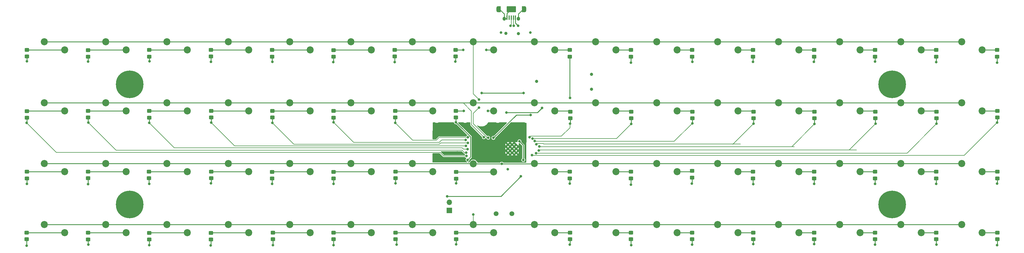
<source format=gbr>
%TF.GenerationSoftware,KiCad,Pcbnew,8.0.9-8.0.9-0~ubuntu22.04.1*%
%TF.CreationDate,2025-08-11T19:47:09-07:00*%
%TF.ProjectId,keyboard,6b657962-6f61-4726-942e-6b696361645f,rev?*%
%TF.SameCoordinates,Original*%
%TF.FileFunction,Copper,L2,Bot*%
%TF.FilePolarity,Positive*%
%FSLAX46Y46*%
G04 Gerber Fmt 4.6, Leading zero omitted, Abs format (unit mm)*
G04 Created by KiCad (PCBNEW 8.0.9-8.0.9-0~ubuntu22.04.1) date 2025-08-11 19:47:09*
%MOMM*%
%LPD*%
G01*
G04 APERTURE LIST*
G04 Aperture macros list*
%AMRoundRect*
0 Rectangle with rounded corners*
0 $1 Rounding radius*
0 $2 $3 $4 $5 $6 $7 $8 $9 X,Y pos of 4 corners*
0 Add a 4 corners polygon primitive as box body*
4,1,4,$2,$3,$4,$5,$6,$7,$8,$9,$2,$3,0*
0 Add four circle primitives for the rounded corners*
1,1,$1+$1,$2,$3*
1,1,$1+$1,$4,$5*
1,1,$1+$1,$6,$7*
1,1,$1+$1,$8,$9*
0 Add four rect primitives between the rounded corners*
20,1,$1+$1,$2,$3,$4,$5,0*
20,1,$1+$1,$4,$5,$6,$7,0*
20,1,$1+$1,$6,$7,$8,$9,0*
20,1,$1+$1,$8,$9,$2,$3,0*%
G04 Aperture macros list end*
%TA.AperFunction,ComponentPad*%
%ADD10C,1.500000*%
%TD*%
%TA.AperFunction,ComponentPad*%
%ADD11C,1.000000*%
%TD*%
%TA.AperFunction,HeatsinkPad*%
%ADD12C,0.600000*%
%TD*%
%TA.AperFunction,ComponentPad*%
%ADD13C,0.600000*%
%TD*%
%TA.AperFunction,ComponentPad*%
%ADD14C,8.600000*%
%TD*%
%TA.AperFunction,ComponentPad*%
%ADD15R,1.700000X1.700000*%
%TD*%
%TA.AperFunction,ComponentPad*%
%ADD16O,1.700000X1.700000*%
%TD*%
%TA.AperFunction,SMDPad,CuDef*%
%ADD17RoundRect,0.250000X0.450000X-0.325000X0.450000X0.325000X-0.450000X0.325000X-0.450000X-0.325000X0*%
%TD*%
%TA.AperFunction,ComponentPad*%
%ADD18C,2.200000*%
%TD*%
%TA.AperFunction,SMDPad,CuDef*%
%ADD19RoundRect,0.100000X-0.100000X-0.575000X0.100000X-0.575000X0.100000X0.575000X-0.100000X0.575000X0*%
%TD*%
%TA.AperFunction,HeatsinkPad*%
%ADD20O,1.000000X1.900000*%
%TD*%
%TA.AperFunction,SMDPad,CuDef*%
%ADD21R,0.875000X1.900000*%
%TD*%
%TA.AperFunction,HeatsinkPad*%
%ADD22O,1.050000X1.250000*%
%TD*%
%TA.AperFunction,SMDPad,CuDef*%
%ADD23RoundRect,0.250000X-1.200000X-0.700000X1.200000X-0.700000X1.200000X0.700000X-1.200000X0.700000X0*%
%TD*%
%TA.AperFunction,ViaPad*%
%ADD24C,0.800000*%
%TD*%
%TA.AperFunction,Conductor*%
%ADD25C,0.250000*%
%TD*%
%TA.AperFunction,Conductor*%
%ADD26C,0.280000*%
%TD*%
%TA.AperFunction,Conductor*%
%ADD27C,0.200000*%
%TD*%
G04 APERTURE END LIST*
D10*
%TO.P,Y1,1,1*%
%TO.N,Net-(C4-Pad2)*%
X219010000Y-165350000D03*
%TO.P,Y1,2,2*%
%TO.N,/XIN*%
X214110000Y-165350000D03*
%TD*%
D11*
%TO.P,TP104,1,1*%
%TO.N,+3V3*%
X226700000Y-124090000D03*
%TD*%
%TO.P,TP103,1,1*%
%TO.N,VBUS*%
X243800000Y-121890000D03*
%TD*%
%TO.P,TP105,1,1*%
%TO.N,GND*%
X243800000Y-126490000D03*
%TD*%
D12*
%TO.P,U2,57,GND*%
%TO.N,GND*%
X217825000Y-143795000D03*
D13*
X217825000Y-145070000D03*
X217825000Y-146345000D03*
X219100000Y-143795000D03*
X219100000Y-145070000D03*
X219100000Y-146345000D03*
X220375000Y-143795000D03*
X220375000Y-145070000D03*
X220375000Y-146345000D03*
%TD*%
D14*
%TO.P,H3,1*%
%TO.N,N/C*%
X337500000Y-162500000D03*
%TD*%
%TO.P,H1,1*%
%TO.N,N/C*%
X100000000Y-125000000D03*
%TD*%
D15*
%TO.P,J2,1,Pin_1*%
%TO.N,GND*%
X199525000Y-164335000D03*
D16*
%TO.P,J2,2,Pin_2*%
%TO.N,Net-(J2-Pin_2)*%
X199525000Y-161795000D03*
%TD*%
D14*
%TO.P,H4,1*%
%TO.N,N/C*%
X100000000Y-162500000D03*
%TD*%
%TO.P,H2,1*%
%TO.N,N/C*%
X337500000Y-125000000D03*
%TD*%
D17*
%TO.P,D55,1,K*%
%TO.N,/Key Matrix/C14*%
X106045000Y-154322500D03*
%TO.P,D55,2,A*%
%TO.N,Net-(D55-A)*%
X106045000Y-152272500D03*
%TD*%
%TO.P,D17,1,K*%
%TO.N,/Key Matrix/C5*%
X294145000Y-116322500D03*
%TO.P,D17,2,A*%
%TO.N,Net-(D17-A)*%
X294145000Y-114272500D03*
%TD*%
D18*
%TO.P,SW29,1,1*%
%TO.N,/Key Matrix/R1*%
X226067500Y-111720000D03*
%TO.P,SW29,2,2*%
%TO.N,Net-(D29-A)*%
X232417500Y-114260000D03*
%TD*%
%TO.P,SW7,1,1*%
%TO.N,/Key Matrix/R3*%
X340177500Y-149730000D03*
%TO.P,SW7,2,2*%
%TO.N,Net-(D7-A)*%
X346527500Y-152270000D03*
%TD*%
D17*
%TO.P,D33,1,K*%
%TO.N,/Key Matrix/C9*%
X201490000Y-116282500D03*
%TO.P,D33,2,A*%
%TO.N,Net-(D33-A)*%
X201490000Y-114232500D03*
%TD*%
%TO.P,D12,1,K*%
%TO.N,/Key Matrix/C3*%
X332187500Y-173372500D03*
%TO.P,D12,2,A*%
%TO.N,Net-(D12-A)*%
X332187500Y-171322500D03*
%TD*%
D18*
%TO.P,SW34,1,1*%
%TO.N,/Key Matrix/R2*%
X207017500Y-130770000D03*
%TO.P,SW34,2,2*%
%TO.N,Net-(D34-A)*%
X213367500Y-133310000D03*
%TD*%
%TO.P,SW46,1,1*%
%TO.N,/Key Matrix/R2*%
X149820000Y-130770000D03*
%TO.P,SW46,2,2*%
%TO.N,Net-(D46-A)*%
X156170000Y-133310000D03*
%TD*%
%TO.P,SW45,1,1*%
%TO.N,/Key Matrix/R1*%
X149820000Y-111720000D03*
%TO.P,SW45,2,2*%
%TO.N,Net-(D45-A)*%
X156170000Y-114260000D03*
%TD*%
D17*
%TO.P,D2,1,K*%
%TO.N,/Key Matrix/C1*%
X370220000Y-135345000D03*
%TO.P,D2,2,A*%
%TO.N,Net-(D2-A)*%
X370220000Y-133295000D03*
%TD*%
%TO.P,D26,1,K*%
%TO.N,/Key Matrix/C7*%
X256210000Y-135587500D03*
%TO.P,D26,2,A*%
%TO.N,Net-(D26-A)*%
X256210000Y-133537500D03*
%TD*%
D18*
%TO.P,SW30,1,1*%
%TO.N,/Key Matrix/R2*%
X226067500Y-130770000D03*
%TO.P,SW30,2,2*%
%TO.N,Net-(D30-A)*%
X232417500Y-133310000D03*
%TD*%
D11*
%TO.P,TP102,1,1*%
%TO.N,/USB_D+*%
X217150000Y-109040000D03*
%TD*%
D17*
%TO.P,D48,1,K*%
%TO.N,/Key Matrix/C12*%
X144580000Y-173362500D03*
%TO.P,D48,2,A*%
%TO.N,Net-(D48-A)*%
X144580000Y-171312500D03*
%TD*%
%TO.P,D21,1,K*%
%TO.N,/Key Matrix/C6*%
X275142500Y-116322500D03*
%TO.P,D21,2,A*%
%TO.N,Net-(D21-A)*%
X275142500Y-114272500D03*
%TD*%
%TO.P,D36,1,K*%
%TO.N,/Key Matrix/C9*%
X201647500Y-173372500D03*
%TO.P,D36,2,A*%
%TO.N,Net-(D36-A)*%
X201647500Y-171322500D03*
%TD*%
D18*
%TO.P,SW31,1,1*%
%TO.N,/Key Matrix/R3*%
X226067500Y-149730000D03*
%TO.P,SW31,2,2*%
%TO.N,Net-(D31-A)*%
X232417500Y-152270000D03*
%TD*%
D17*
%TO.P,D46,1,K*%
%TO.N,/Key Matrix/C12*%
X144440000Y-135357500D03*
%TO.P,D46,2,A*%
%TO.N,Net-(D46-A)*%
X144440000Y-133307500D03*
%TD*%
%TO.P,D34,1,K*%
%TO.N,/Key Matrix/C9*%
X201610000Y-135355000D03*
%TO.P,D34,2,A*%
%TO.N,Net-(D34-A)*%
X201610000Y-133305000D03*
%TD*%
%TO.P,D13,1,K*%
%TO.N,/Key Matrix/C4*%
X313147500Y-116322500D03*
%TO.P,D13,2,A*%
%TO.N,Net-(D13-A)*%
X313147500Y-114272500D03*
%TD*%
%TO.P,D64,1,K*%
%TO.N,/Key Matrix/C16*%
X67900000Y-173352500D03*
%TO.P,D64,2,A*%
%TO.N,Net-(D64-A)*%
X67900000Y-171302500D03*
%TD*%
%TO.P,D5,1,K*%
%TO.N,/Key Matrix/C2*%
X351200000Y-116322500D03*
%TO.P,D5,2,A*%
%TO.N,Net-(D5-A)*%
X351200000Y-114272500D03*
%TD*%
D18*
%TO.P,SW10,1,1*%
%TO.N,/Key Matrix/R2*%
X321127500Y-130770000D03*
%TO.P,SW10,2,2*%
%TO.N,Net-(D10-A)*%
X327477500Y-133310000D03*
%TD*%
%TO.P,SW55,1,1*%
%TO.N,/Key Matrix/R3*%
X111625000Y-149730000D03*
%TO.P,SW55,2,2*%
%TO.N,Net-(D55-A)*%
X117975000Y-152270000D03*
%TD*%
D17*
%TO.P,D56,1,K*%
%TO.N,/Key Matrix/C14*%
X106065000Y-173402500D03*
%TO.P,D56,2,A*%
%TO.N,Net-(D56-A)*%
X106065000Y-171352500D03*
%TD*%
%TO.P,D29,1,K*%
%TO.N,/Key Matrix/C8*%
X237090000Y-116322500D03*
%TO.P,D29,2,A*%
%TO.N,Net-(D29-A)*%
X237090000Y-114272500D03*
%TD*%
%TO.P,D60,1,K*%
%TO.N,/Key Matrix/C15*%
X87077500Y-173382500D03*
%TO.P,D60,2,A*%
%TO.N,Net-(D60-A)*%
X87077500Y-171332500D03*
%TD*%
%TO.P,D58,1,K*%
%TO.N,/Key Matrix/C15*%
X87047500Y-135305000D03*
%TO.P,D58,2,A*%
%TO.N,Net-(D58-A)*%
X87047500Y-133255000D03*
%TD*%
D18*
%TO.P,SW27,1,1*%
%TO.N,/Key Matrix/R3*%
X245070000Y-149730000D03*
%TO.P,SW27,2,2*%
%TO.N,Net-(D27-A)*%
X251420000Y-152270000D03*
%TD*%
%TO.P,SW43,1,1*%
%TO.N,/Key Matrix/R3*%
X168917500Y-149730000D03*
%TO.P,SW43,2,2*%
%TO.N,Net-(D43-A)*%
X175267500Y-152270000D03*
%TD*%
%TO.P,SW5,1,1*%
%TO.N,/Key Matrix/R1*%
X340177500Y-111720000D03*
%TO.P,SW5,2,2*%
%TO.N,Net-(D5-A)*%
X346527500Y-114260000D03*
%TD*%
D17*
%TO.P,D38,1,K*%
%TO.N,/Key Matrix/C10*%
X182695000Y-135347500D03*
%TO.P,D38,2,A*%
%TO.N,Net-(D38-A)*%
X182695000Y-133297500D03*
%TD*%
D18*
%TO.P,SW56,1,1*%
%TO.N,/Key Matrix/R4*%
X111625000Y-168780000D03*
%TO.P,SW56,2,2*%
%TO.N,Net-(D56-A)*%
X117975000Y-171320000D03*
%TD*%
%TO.P,SW63,1,1*%
%TO.N,/Key Matrix/R3*%
X73430000Y-149730000D03*
%TO.P,SW63,2,2*%
%TO.N,Net-(D63-A)*%
X79780000Y-152270000D03*
%TD*%
D17*
%TO.P,D30,1,K*%
%TO.N,/Key Matrix/C8*%
X237207500Y-135587500D03*
%TO.P,D30,2,A*%
%TO.N,Net-(D30-A)*%
X237207500Y-133537500D03*
%TD*%
D18*
%TO.P,SW59,1,1*%
%TO.N,/Key Matrix/R3*%
X92527500Y-149730000D03*
%TO.P,SW59,2,2*%
%TO.N,Net-(D59-A)*%
X98877500Y-152270000D03*
%TD*%
D17*
%TO.P,D20,1,K*%
%TO.N,/Key Matrix/C5*%
X294182500Y-173372500D03*
%TO.P,D20,2,A*%
%TO.N,Net-(D20-A)*%
X294182500Y-171322500D03*
%TD*%
D18*
%TO.P,SW60,1,1*%
%TO.N,/Key Matrix/R4*%
X92570000Y-168760000D03*
%TO.P,SW60,2,2*%
%TO.N,Net-(D60-A)*%
X98920000Y-171300000D03*
%TD*%
D17*
%TO.P,D42,1,K*%
%TO.N,/Key Matrix/C11*%
X163510000Y-135377500D03*
%TO.P,D42,2,A*%
%TO.N,Net-(D42-A)*%
X163510000Y-133327500D03*
%TD*%
D18*
%TO.P,SW52,1,1*%
%TO.N,/Key Matrix/R4*%
X130722500Y-168780000D03*
%TO.P,SW52,2,2*%
%TO.N,Net-(D52-A)*%
X137072500Y-171320000D03*
%TD*%
D17*
%TO.P,D22,1,K*%
%TO.N,/Key Matrix/C6*%
X275260000Y-135587500D03*
%TO.P,D22,2,A*%
%TO.N,Net-(D22-A)*%
X275260000Y-133537500D03*
%TD*%
%TO.P,D19,1,K*%
%TO.N,/Key Matrix/C5*%
X294152500Y-154332500D03*
%TO.P,D19,2,A*%
%TO.N,Net-(D19-A)*%
X294152500Y-152282500D03*
%TD*%
%TO.P,D32,1,K*%
%TO.N,/Key Matrix/C8*%
X237127500Y-173372500D03*
%TO.P,D32,2,A*%
%TO.N,Net-(D32-A)*%
X237127500Y-171322500D03*
%TD*%
%TO.P,D3,1,K*%
%TO.N,/Key Matrix/C1*%
X370210000Y-154332500D03*
%TO.P,D3,2,A*%
%TO.N,Net-(D3-A)*%
X370210000Y-152282500D03*
%TD*%
D18*
%TO.P,SW37,1,1*%
%TO.N,/Key Matrix/R1*%
X188015000Y-111720000D03*
%TO.P,SW37,2,2*%
%TO.N,Net-(D37-A)*%
X194365000Y-114260000D03*
%TD*%
%TO.P,SW18,1,1*%
%TO.N,/Key Matrix/R2*%
X283122500Y-130770000D03*
%TO.P,SW18,2,2*%
%TO.N,Net-(D18-A)*%
X289472500Y-133310000D03*
%TD*%
D17*
%TO.P,D45,1,K*%
%TO.N,/Key Matrix/C12*%
X144362500Y-116312500D03*
%TO.P,D45,2,A*%
%TO.N,Net-(D45-A)*%
X144362500Y-114262500D03*
%TD*%
D18*
%TO.P,SW3,1,1*%
%TO.N,/Key Matrix/R3*%
X359180000Y-149730000D03*
%TO.P,SW3,2,2*%
%TO.N,Net-(D3-A)*%
X365530000Y-152270000D03*
%TD*%
D17*
%TO.P,D50,1,K*%
%TO.N,/Key Matrix/C13*%
X125412500Y-135345000D03*
%TO.P,D50,2,A*%
%TO.N,Net-(D50-A)*%
X125412500Y-133295000D03*
%TD*%
%TO.P,D10,1,K*%
%TO.N,/Key Matrix/C3*%
X332267500Y-135587500D03*
%TO.P,D10,2,A*%
%TO.N,Net-(D10-A)*%
X332267500Y-133537500D03*
%TD*%
D18*
%TO.P,SW64,1,1*%
%TO.N,/Key Matrix/R4*%
X73430000Y-168780000D03*
%TO.P,SW64,2,2*%
%TO.N,Net-(D64-A)*%
X79780000Y-171320000D03*
%TD*%
%TO.P,SW8,1,1*%
%TO.N,/Key Matrix/R4*%
X340177500Y-168780000D03*
%TO.P,SW8,2,2*%
%TO.N,Net-(D8-A)*%
X346527500Y-171320000D03*
%TD*%
D17*
%TO.P,D61,1,K*%
%TO.N,/Key Matrix/C16*%
X67980000Y-116302500D03*
%TO.P,D61,2,A*%
%TO.N,Net-(D61-A)*%
X67980000Y-114252500D03*
%TD*%
%TO.P,D37,1,K*%
%TO.N,/Key Matrix/C10*%
X182507500Y-116302500D03*
%TO.P,D37,2,A*%
%TO.N,Net-(D37-A)*%
X182507500Y-114252500D03*
%TD*%
D18*
%TO.P,SW58,1,1*%
%TO.N,/Key Matrix/R2*%
X92527500Y-130770000D03*
%TO.P,SW58,2,2*%
%TO.N,Net-(D58-A)*%
X98877500Y-133310000D03*
%TD*%
D19*
%TO.P,J101,1,VBUS*%
%TO.N,VBUS*%
X220150000Y-104175000D03*
%TO.P,J101,2,D-*%
%TO.N,/USB_D-*%
X219500000Y-104175000D03*
%TO.P,J101,3,D+*%
%TO.N,/USB_D+*%
X218850000Y-104175000D03*
%TO.P,J101,4,ID*%
%TO.N,unconnected-(J101-ID-Pad4)*%
X218200000Y-104175000D03*
%TO.P,J101,5,GND*%
%TO.N,GND*%
X217550000Y-104175000D03*
D20*
%TO.P,J101,6,Shield*%
X214675000Y-101500000D03*
D21*
X215112500Y-101500000D03*
D22*
X216625000Y-104500000D03*
D23*
X218850000Y-101500000D03*
D22*
X221075000Y-104500000D03*
D21*
X222587500Y-101500000D03*
D20*
X223025000Y-101500000D03*
%TD*%
D17*
%TO.P,D62,1,K*%
%TO.N,/Key Matrix/C16*%
X67970000Y-135412500D03*
%TO.P,D62,2,A*%
%TO.N,Net-(D62-A)*%
X67970000Y-133362500D03*
%TD*%
%TO.P,D6,1,K*%
%TO.N,/Key Matrix/C2*%
X351317500Y-135587500D03*
%TO.P,D6,2,A*%
%TO.N,Net-(D6-A)*%
X351317500Y-133537500D03*
%TD*%
%TO.P,D27,1,K*%
%TO.N,/Key Matrix/C7*%
X256100000Y-154332500D03*
%TO.P,D27,2,A*%
%TO.N,Net-(D27-A)*%
X256100000Y-152282500D03*
%TD*%
D18*
%TO.P,SW44,1,1*%
%TO.N,/Key Matrix/R4*%
X168917500Y-168780000D03*
%TO.P,SW44,2,2*%
%TO.N,Net-(D44-A)*%
X175267500Y-171320000D03*
%TD*%
D17*
%TO.P,D54,1,K*%
%TO.N,/Key Matrix/C14*%
X106095000Y-135365000D03*
%TO.P,D54,2,A*%
%TO.N,Net-(D54-A)*%
X106095000Y-133315000D03*
%TD*%
D18*
%TO.P,SW42,1,1*%
%TO.N,/Key Matrix/R2*%
X168917500Y-130770000D03*
%TO.P,SW42,2,2*%
%TO.N,Net-(D42-A)*%
X175267500Y-133310000D03*
%TD*%
%TO.P,SW2,1,1*%
%TO.N,/Key Matrix/R2*%
X359180000Y-130770000D03*
%TO.P,SW2,2,2*%
%TO.N,Net-(D2-A)*%
X365530000Y-133310000D03*
%TD*%
D17*
%TO.P,D11,1,K*%
%TO.N,/Key Matrix/C3*%
X332157500Y-154332500D03*
%TO.P,D11,2,A*%
%TO.N,Net-(D11-A)*%
X332157500Y-152282500D03*
%TD*%
%TO.P,D43,1,K*%
%TO.N,/Key Matrix/C11*%
X163507500Y-154352500D03*
%TO.P,D43,2,A*%
%TO.N,Net-(D43-A)*%
X163507500Y-152302500D03*
%TD*%
D18*
%TO.P,SW26,1,1*%
%TO.N,/Key Matrix/R2*%
X245070000Y-130770000D03*
%TO.P,SW26,2,2*%
%TO.N,Net-(D26-A)*%
X251420000Y-133310000D03*
%TD*%
D17*
%TO.P,D28,1,K*%
%TO.N,/Key Matrix/C7*%
X256130000Y-173372500D03*
%TO.P,D28,2,A*%
%TO.N,Net-(D28-A)*%
X256130000Y-171322500D03*
%TD*%
D18*
%TO.P,SW33,1,1*%
%TO.N,/Key Matrix/R1*%
X207017500Y-111720000D03*
%TO.P,SW33,2,2*%
%TO.N,Net-(D33-A)*%
X213367500Y-114260000D03*
%TD*%
D17*
%TO.P,D41,1,K*%
%TO.N,/Key Matrix/C11*%
X163480000Y-116352500D03*
%TO.P,D41,2,A*%
%TO.N,Net-(D41-A)*%
X163480000Y-114302500D03*
%TD*%
%TO.P,D44,1,K*%
%TO.N,/Key Matrix/C11*%
X163457500Y-173342500D03*
%TO.P,D44,2,A*%
%TO.N,Net-(D44-A)*%
X163457500Y-171292500D03*
%TD*%
D18*
%TO.P,SW54,1,1*%
%TO.N,/Key Matrix/R2*%
X111625000Y-130770000D03*
%TO.P,SW54,2,2*%
%TO.N,Net-(D54-A)*%
X117975000Y-133310000D03*
%TD*%
%TO.P,SW19,1,1*%
%TO.N,/Key Matrix/R3*%
X283122500Y-149730000D03*
%TO.P,SW19,2,2*%
%TO.N,Net-(D19-A)*%
X289472500Y-152270000D03*
%TD*%
%TO.P,SW13,1,1*%
%TO.N,/Key Matrix/R1*%
X302125000Y-111720000D03*
%TO.P,SW13,2,2*%
%TO.N,Net-(D13-A)*%
X308475000Y-114260000D03*
%TD*%
D17*
%TO.P,D57,1,K*%
%TO.N,/Key Matrix/C15*%
X87070000Y-116362500D03*
%TO.P,D57,2,A*%
%TO.N,Net-(D57-A)*%
X87070000Y-114312500D03*
%TD*%
D18*
%TO.P,SW50,1,1*%
%TO.N,/Key Matrix/R2*%
X130722500Y-130770000D03*
%TO.P,SW50,2,2*%
%TO.N,Net-(D50-A)*%
X137072500Y-133310000D03*
%TD*%
D17*
%TO.P,D59,1,K*%
%TO.N,/Key Matrix/C15*%
X87047500Y-154302500D03*
%TO.P,D59,2,A*%
%TO.N,Net-(D59-A)*%
X87047500Y-152252500D03*
%TD*%
D18*
%TO.P,SW32,1,1*%
%TO.N,/Key Matrix/R4*%
X226067500Y-168780000D03*
%TO.P,SW32,2,2*%
%TO.N,Net-(D32-A)*%
X232417500Y-171320000D03*
%TD*%
%TO.P,SW49,1,1*%
%TO.N,/Key Matrix/R1*%
X130722500Y-111720000D03*
%TO.P,SW49,2,2*%
%TO.N,Net-(D49-A)*%
X137072500Y-114260000D03*
%TD*%
D17*
%TO.P,D35,1,K*%
%TO.N,/Key Matrix/C9*%
X201657500Y-154422500D03*
%TO.P,D35,2,A*%
%TO.N,Net-(D35-A)*%
X201657500Y-152372500D03*
%TD*%
%TO.P,D24,1,K*%
%TO.N,/Key Matrix/C6*%
X275180000Y-173372500D03*
%TO.P,D24,2,A*%
%TO.N,Net-(D24-A)*%
X275180000Y-171322500D03*
%TD*%
%TO.P,D47,1,K*%
%TO.N,/Key Matrix/C12*%
X144360000Y-154362500D03*
%TO.P,D47,2,A*%
%TO.N,Net-(D47-A)*%
X144360000Y-152312500D03*
%TD*%
%TO.P,D16,1,K*%
%TO.N,/Key Matrix/C4*%
X313185000Y-173372500D03*
%TO.P,D16,2,A*%
%TO.N,Net-(D16-A)*%
X313185000Y-171322500D03*
%TD*%
D18*
%TO.P,SW14,1,1*%
%TO.N,/Key Matrix/R2*%
X302125000Y-130770000D03*
%TO.P,SW14,2,2*%
%TO.N,Net-(D14-A)*%
X308475000Y-133310000D03*
%TD*%
%TO.P,SW23,1,1*%
%TO.N,/Key Matrix/R3*%
X264120000Y-149730000D03*
%TO.P,SW23,2,2*%
%TO.N,Net-(D23-A)*%
X270470000Y-152270000D03*
%TD*%
%TO.P,SW15,1,1*%
%TO.N,/Key Matrix/R3*%
X302125000Y-149730000D03*
%TO.P,SW15,2,2*%
%TO.N,Net-(D15-A)*%
X308475000Y-152270000D03*
%TD*%
%TO.P,SW61,1,1*%
%TO.N,/Key Matrix/R1*%
X73430000Y-111720000D03*
%TO.P,SW61,2,2*%
%TO.N,Net-(D61-A)*%
X79780000Y-114260000D03*
%TD*%
D17*
%TO.P,D14,1,K*%
%TO.N,/Key Matrix/C4*%
X313265000Y-135587500D03*
%TO.P,D14,2,A*%
%TO.N,Net-(D14-A)*%
X313265000Y-133537500D03*
%TD*%
%TO.P,D1,1,K*%
%TO.N,/Key Matrix/C1*%
X370202500Y-116322500D03*
%TO.P,D1,2,A*%
%TO.N,Net-(D1-A)*%
X370202500Y-114272500D03*
%TD*%
D18*
%TO.P,SW62,1,1*%
%TO.N,/Key Matrix/R2*%
X73430000Y-130770000D03*
%TO.P,SW62,2,2*%
%TO.N,Net-(D62-A)*%
X79780000Y-133310000D03*
%TD*%
D17*
%TO.P,D53,1,K*%
%TO.N,/Key Matrix/C14*%
X106097500Y-116322500D03*
%TO.P,D53,2,A*%
%TO.N,Net-(D53-A)*%
X106097500Y-114272500D03*
%TD*%
%TO.P,D15,1,K*%
%TO.N,/Key Matrix/C4*%
X313155000Y-154332500D03*
%TO.P,D15,2,A*%
%TO.N,Net-(D15-A)*%
X313155000Y-152282500D03*
%TD*%
D18*
%TO.P,SW57,1,1*%
%TO.N,/Key Matrix/R1*%
X92527500Y-111720000D03*
%TO.P,SW57,2,2*%
%TO.N,Net-(D57-A)*%
X98877500Y-114260000D03*
%TD*%
D17*
%TO.P,D25,1,K*%
%TO.N,/Key Matrix/C7*%
X256092500Y-116322500D03*
%TO.P,D25,2,A*%
%TO.N,Net-(D25-A)*%
X256092500Y-114272500D03*
%TD*%
%TO.P,D4,1,K*%
%TO.N,/Key Matrix/C1*%
X370240000Y-173372500D03*
%TO.P,D4,2,A*%
%TO.N,Net-(D4-A)*%
X370240000Y-171322500D03*
%TD*%
D18*
%TO.P,SW28,1,1*%
%TO.N,/Key Matrix/R4*%
X245070000Y-168780000D03*
%TO.P,SW28,2,2*%
%TO.N,Net-(D28-A)*%
X251420000Y-171320000D03*
%TD*%
%TO.P,SW36,1,1*%
%TO.N,/Key Matrix/R4*%
X207017500Y-168780000D03*
%TO.P,SW36,2,2*%
%TO.N,Net-(D36-A)*%
X213367500Y-171320000D03*
%TD*%
%TO.P,SW51,1,1*%
%TO.N,/Key Matrix/R3*%
X130722500Y-149730000D03*
%TO.P,SW51,2,2*%
%TO.N,Net-(D51-A)*%
X137072500Y-152270000D03*
%TD*%
%TO.P,SW12,1,1*%
%TO.N,/Key Matrix/R4*%
X321127500Y-168780000D03*
%TO.P,SW12,2,2*%
%TO.N,Net-(D12-A)*%
X327477500Y-171320000D03*
%TD*%
D17*
%TO.P,D23,1,K*%
%TO.N,/Key Matrix/C6*%
X275150000Y-154087500D03*
%TO.P,D23,2,A*%
%TO.N,Net-(D23-A)*%
X275150000Y-152037500D03*
%TD*%
D18*
%TO.P,SW38,1,1*%
%TO.N,/Key Matrix/R2*%
X188015000Y-130770000D03*
%TO.P,SW38,2,2*%
%TO.N,Net-(D38-A)*%
X194365000Y-133310000D03*
%TD*%
D17*
%TO.P,D9,1,K*%
%TO.N,/Key Matrix/C3*%
X332150000Y-116322500D03*
%TO.P,D9,2,A*%
%TO.N,Net-(D9-A)*%
X332150000Y-114272500D03*
%TD*%
D18*
%TO.P,SW11,1,1*%
%TO.N,/Key Matrix/R3*%
X321127500Y-149730000D03*
%TO.P,SW11,2,2*%
%TO.N,Net-(D11-A)*%
X327477500Y-152270000D03*
%TD*%
%TO.P,SW21,1,1*%
%TO.N,/Key Matrix/R1*%
X264120000Y-111720000D03*
%TO.P,SW21,2,2*%
%TO.N,Net-(D21-A)*%
X270470000Y-114260000D03*
%TD*%
D17*
%TO.P,D7,1,K*%
%TO.N,/Key Matrix/C2*%
X351207500Y-154332500D03*
%TO.P,D7,2,A*%
%TO.N,Net-(D7-A)*%
X351207500Y-152282500D03*
%TD*%
%TO.P,D51,1,K*%
%TO.N,/Key Matrix/C13*%
X125412500Y-154262500D03*
%TO.P,D51,2,A*%
%TO.N,Net-(D51-A)*%
X125412500Y-152212500D03*
%TD*%
D18*
%TO.P,SW1,1,1*%
%TO.N,/Key Matrix/R1*%
X359180000Y-111720000D03*
%TO.P,SW1,2,2*%
%TO.N,Net-(D1-A)*%
X365530000Y-114260000D03*
%TD*%
%TO.P,SW39,1,1*%
%TO.N,/Key Matrix/R3*%
X188015000Y-149730000D03*
%TO.P,SW39,2,2*%
%TO.N,Net-(D39-A)*%
X194365000Y-152270000D03*
%TD*%
%TO.P,SW16,1,1*%
%TO.N,/Key Matrix/R4*%
X302125000Y-168780000D03*
%TO.P,SW16,2,2*%
%TO.N,Net-(D16-A)*%
X308475000Y-171320000D03*
%TD*%
%TO.P,SW47,1,1*%
%TO.N,/Key Matrix/R3*%
X149820000Y-149730000D03*
%TO.P,SW47,2,2*%
%TO.N,Net-(D47-A)*%
X156170000Y-152270000D03*
%TD*%
%TO.P,SW35,1,1*%
%TO.N,/Key Matrix/R3*%
X207050000Y-149770000D03*
%TO.P,SW35,2,2*%
%TO.N,Net-(D35-A)*%
X213400000Y-152310000D03*
%TD*%
%TO.P,SW20,1,1*%
%TO.N,/Key Matrix/R4*%
X283122500Y-168780000D03*
%TO.P,SW20,2,2*%
%TO.N,Net-(D20-A)*%
X289472500Y-171320000D03*
%TD*%
%TO.P,SW17,1,1*%
%TO.N,/Key Matrix/R1*%
X283122500Y-111720000D03*
%TO.P,SW17,2,2*%
%TO.N,Net-(D17-A)*%
X289472500Y-114260000D03*
%TD*%
%TO.P,SW53,1,1*%
%TO.N,/Key Matrix/R1*%
X111625000Y-111720000D03*
%TO.P,SW53,2,2*%
%TO.N,Net-(D53-A)*%
X117975000Y-114260000D03*
%TD*%
D11*
%TO.P,TP101,1,1*%
%TO.N,/USB_D-*%
X221100000Y-109140000D03*
%TD*%
D17*
%TO.P,D18,1,K*%
%TO.N,/Key Matrix/C5*%
X294262500Y-135587500D03*
%TO.P,D18,2,A*%
%TO.N,Net-(D18-A)*%
X294262500Y-133537500D03*
%TD*%
D18*
%TO.P,SW24,1,1*%
%TO.N,/Key Matrix/R4*%
X264120000Y-168780000D03*
%TO.P,SW24,2,2*%
%TO.N,Net-(D24-A)*%
X270470000Y-171320000D03*
%TD*%
D17*
%TO.P,D49,1,K*%
%TO.N,/Key Matrix/C13*%
X125275000Y-116272500D03*
%TO.P,D49,2,A*%
%TO.N,Net-(D49-A)*%
X125275000Y-114222500D03*
%TD*%
%TO.P,D39,1,K*%
%TO.N,/Key Matrix/C10*%
X182820000Y-154292500D03*
%TO.P,D39,2,A*%
%TO.N,Net-(D39-A)*%
X182820000Y-152242500D03*
%TD*%
D18*
%TO.P,SW6,1,1*%
%TO.N,/Key Matrix/R2*%
X340177500Y-130770000D03*
%TO.P,SW6,2,2*%
%TO.N,Net-(D6-A)*%
X346527500Y-133310000D03*
%TD*%
%TO.P,SW4,1,1*%
%TO.N,/Key Matrix/R4*%
X359180000Y-168780000D03*
%TO.P,SW4,2,2*%
%TO.N,Net-(D4-A)*%
X365530000Y-171320000D03*
%TD*%
%TO.P,SW40,1,1*%
%TO.N,/Key Matrix/R4*%
X188015000Y-168780000D03*
%TO.P,SW40,2,2*%
%TO.N,Net-(D40-A)*%
X194365000Y-171320000D03*
%TD*%
D17*
%TO.P,D52,1,K*%
%TO.N,/Key Matrix/C13*%
X125312500Y-173412500D03*
%TO.P,D52,2,A*%
%TO.N,Net-(D52-A)*%
X125312500Y-171362500D03*
%TD*%
D18*
%TO.P,SW41,1,1*%
%TO.N,/Key Matrix/R1*%
X168917500Y-111720000D03*
%TO.P,SW41,2,2*%
%TO.N,Net-(D41-A)*%
X175267500Y-114260000D03*
%TD*%
D17*
%TO.P,D8,1,K*%
%TO.N,/Key Matrix/C2*%
X351237500Y-173372500D03*
%TO.P,D8,2,A*%
%TO.N,Net-(D8-A)*%
X351237500Y-171322500D03*
%TD*%
D18*
%TO.P,SW48,1,1*%
%TO.N,/Key Matrix/R4*%
X149820000Y-168780000D03*
%TO.P,SW48,2,2*%
%TO.N,Net-(D48-A)*%
X156170000Y-171320000D03*
%TD*%
%TO.P,SW25,1,1*%
%TO.N,/Key Matrix/R1*%
X245070000Y-111720000D03*
%TO.P,SW25,2,2*%
%TO.N,Net-(D25-A)*%
X251420000Y-114260000D03*
%TD*%
D17*
%TO.P,D63,1,K*%
%TO.N,/Key Matrix/C16*%
X68030000Y-154332500D03*
%TO.P,D63,2,A*%
%TO.N,Net-(D63-A)*%
X68030000Y-152282500D03*
%TD*%
D18*
%TO.P,SW9,1,1*%
%TO.N,/Key Matrix/R1*%
X321127500Y-111720000D03*
%TO.P,SW9,2,2*%
%TO.N,Net-(D9-A)*%
X327477500Y-114260000D03*
%TD*%
D17*
%TO.P,D31,1,K*%
%TO.N,/Key Matrix/C8*%
X237097500Y-154332500D03*
%TO.P,D31,2,A*%
%TO.N,Net-(D31-A)*%
X237097500Y-152282500D03*
%TD*%
%TO.P,D40,1,K*%
%TO.N,/Key Matrix/C10*%
X182780000Y-173335000D03*
%TO.P,D40,2,A*%
%TO.N,Net-(D40-A)*%
X182780000Y-171285000D03*
%TD*%
D18*
%TO.P,SW22,1,1*%
%TO.N,/Key Matrix/R2*%
X264120000Y-130770000D03*
%TO.P,SW22,2,2*%
%TO.N,Net-(D22-A)*%
X270470000Y-133310000D03*
%TD*%
D24*
%TO.N,GND*%
X210580000Y-142920000D03*
%TO.N,VBUS*%
X221000000Y-106690000D03*
%TO.N,GND*%
X202000000Y-146280000D03*
X217750000Y-151490000D03*
X195850000Y-147890000D03*
X215600000Y-141590000D03*
X209570000Y-146950000D03*
X224760000Y-108780000D03*
X215550000Y-148590000D03*
X204840000Y-137630000D03*
X196000000Y-140490000D03*
X215650000Y-108790000D03*
%TO.N,+3V3*%
X221860000Y-153730000D03*
X228410000Y-132390000D03*
X222640000Y-127670000D03*
X224850000Y-134550000D03*
X217300000Y-133770000D03*
X198870000Y-159920000D03*
X213300000Y-141700000D03*
X209640000Y-127670000D03*
%TO.N,+1V1*%
X222600000Y-148590000D03*
X221400000Y-142790000D03*
%TO.N,/Key Matrix/C1*%
X370160000Y-118180000D03*
X370150000Y-175210000D03*
X370200000Y-155970000D03*
X225280000Y-147050000D03*
X370160000Y-136930000D03*
%TO.N,/Key Matrix/C2*%
X351260000Y-175030000D03*
X226600000Y-146460000D03*
X351200000Y-118080000D03*
X351300000Y-137290000D03*
X351180000Y-156090000D03*
%TO.N,/Key Matrix/C3*%
X332140000Y-175030000D03*
X332140000Y-156020000D03*
X332290000Y-137290000D03*
X227420000Y-145630000D03*
X332140000Y-117870000D03*
%TO.N,/Key Matrix/C4*%
X313170000Y-156040000D03*
X313190000Y-174890000D03*
X313080000Y-117920000D03*
X227590000Y-144390000D03*
X313280000Y-137390000D03*
%TO.N,/Key Matrix/C5*%
X294200000Y-174890000D03*
X294250000Y-156140000D03*
X294170000Y-117920000D03*
X226680000Y-143660000D03*
X294320000Y-137290000D03*
%TO.N,/Key Matrix/C6*%
X275110000Y-155940000D03*
X226180000Y-142650000D03*
X275210000Y-117970000D03*
X275180000Y-174990000D03*
X275210000Y-137190000D03*
%TO.N,/Key Matrix/C7*%
X256140000Y-156330000D03*
X225450000Y-141900000D03*
X256100000Y-118180000D03*
X256160000Y-175230000D03*
X256200000Y-137340000D03*
%TO.N,/Key Matrix/C8*%
X237140000Y-137240000D03*
X237100000Y-175060000D03*
X237100000Y-155940000D03*
X224500000Y-141510000D03*
X237170000Y-129240000D03*
%TO.N,/Key Matrix/C9*%
X201690000Y-155920000D03*
X201440000Y-117870000D03*
X201590000Y-136830000D03*
X201670000Y-174960000D03*
X205240000Y-148570000D03*
%TO.N,Net-(D33-A)*%
X203840000Y-114260000D03*
X211090000Y-114260000D03*
%TO.N,Net-(D34-A)*%
X211590000Y-133300000D03*
X204050000Y-133310000D03*
%TO.N,/Key Matrix/C10*%
X182720000Y-137050000D03*
X182800000Y-155850000D03*
X205290000Y-141520000D03*
X182530000Y-118030000D03*
X183140000Y-174990000D03*
%TO.N,/Key Matrix/C11*%
X163530000Y-136850000D03*
X163510000Y-156020000D03*
X204660000Y-142350000D03*
X163420000Y-118030000D03*
X163510000Y-175160000D03*
%TO.N,/Key Matrix/C12*%
X144410000Y-117970000D03*
X144600000Y-175160000D03*
X205300000Y-143300000D03*
X144440000Y-136970000D03*
X144390000Y-156090000D03*
%TO.N,/Key Matrix/C13*%
X125370000Y-136920000D03*
X125300000Y-117920000D03*
X204710000Y-144220000D03*
X125330000Y-155920000D03*
X125260000Y-175280000D03*
%TO.N,/Key Matrix/C14*%
X106060000Y-156020000D03*
X205260000Y-145190000D03*
X106110000Y-137000000D03*
X106050000Y-175200000D03*
X106190000Y-117820000D03*
%TO.N,/Key Matrix/C15*%
X87130000Y-175030000D03*
X204840000Y-146310000D03*
X87030000Y-117870000D03*
X87090000Y-136900000D03*
X87020000Y-156140000D03*
%TO.N,/Key Matrix/C16*%
X68000000Y-117780000D03*
X67920000Y-175370000D03*
X67930000Y-137000000D03*
X204870000Y-147350000D03*
X68030000Y-156020000D03*
%TO.N,/USB_D+*%
X218650000Y-106740000D03*
%TO.N,/USB_D-*%
X219650000Y-106740000D03*
%TO.N,/Key Matrix/R1*%
X211680000Y-141650000D03*
X208750000Y-132310000D03*
X208750000Y-129720000D03*
%TO.N,/Key Matrix/R2*%
X210290000Y-141510000D03*
%TO.N,/Key Matrix/R3*%
X215880000Y-149770000D03*
%TO.N,/Key Matrix/R4*%
X207000000Y-165620000D03*
%TD*%
D25*
%TO.N,VBUS*%
X220150000Y-105840000D02*
X221000000Y-106690000D01*
X220150000Y-104175000D02*
X220150000Y-105840000D01*
%TO.N,GND*%
X221075000Y-104500000D02*
X221075000Y-103012500D01*
X217550000Y-104175000D02*
X217550000Y-102800000D01*
X221075000Y-103012500D02*
X222587500Y-101500000D01*
D26*
X204710000Y-137760000D02*
X204840000Y-137630000D01*
D25*
X216625000Y-104500000D02*
X216625000Y-103012500D01*
X217225000Y-104500000D02*
X217550000Y-104175000D01*
X216625000Y-103012500D02*
X215112500Y-101500000D01*
D26*
X204710000Y-138870000D02*
X204710000Y-137760000D01*
D25*
X216625000Y-104500000D02*
X217225000Y-104500000D01*
D26*
X206690000Y-144070000D02*
X206690000Y-140850000D01*
D25*
X217550000Y-102800000D02*
X218850000Y-101500000D01*
D26*
X206690000Y-140850000D02*
X204710000Y-138870000D01*
X209570000Y-146950000D02*
X206690000Y-144070000D01*
%TO.N,+3V3*%
X222640000Y-127670000D02*
X209640000Y-127670000D01*
X217300000Y-133770000D02*
X227030000Y-133770000D01*
X221860000Y-153730000D02*
X215670000Y-159920000D01*
X227030000Y-133770000D02*
X228410000Y-132390000D01*
X220450000Y-134550000D02*
X213300000Y-141700000D01*
X224850000Y-134550000D02*
X220450000Y-134550000D01*
X215670000Y-159920000D02*
X198870000Y-159920000D01*
D25*
%TO.N,+1V1*%
X221400000Y-142790000D02*
X222600000Y-143990000D01*
X222600000Y-143990000D02*
X222600000Y-148590000D01*
D27*
%TO.N,/Key Matrix/C1*%
X225390000Y-147160000D02*
X359930000Y-147160000D01*
D25*
X370240000Y-173372500D02*
X370240000Y-175120000D01*
X370210000Y-155960000D02*
X370200000Y-155970000D01*
X370202500Y-118137500D02*
X370160000Y-118180000D01*
X370240000Y-175120000D02*
X370150000Y-175210000D01*
X370220000Y-136870000D02*
X370160000Y-136930000D01*
D27*
X359930000Y-147160000D02*
X370160000Y-136930000D01*
X225280000Y-147050000D02*
X225390000Y-147160000D01*
D25*
X370220000Y-135345000D02*
X370220000Y-136870000D01*
X370210000Y-154332500D02*
X370210000Y-155960000D01*
X370202500Y-116322500D02*
X370202500Y-118137500D01*
D26*
%TO.N,Net-(D1-A)*%
X365530000Y-114260000D02*
X370190000Y-114260000D01*
%TO.N,Net-(D2-A)*%
X370205000Y-133310000D02*
X365530000Y-133310000D01*
%TO.N,Net-(D3-A)*%
X365530000Y-152270000D02*
X370197500Y-152270000D01*
%TO.N,Net-(D4-A)*%
X365530000Y-171320000D02*
X370237500Y-171320000D01*
D25*
%TO.N,/Key Matrix/C2*%
X351237500Y-173372500D02*
X351237500Y-175007500D01*
X351200000Y-116322500D02*
X351200000Y-118080000D01*
X351317500Y-137272500D02*
X351300000Y-137290000D01*
D27*
X342130000Y-146460000D02*
X351300000Y-137290000D01*
X226600000Y-146460000D02*
X342130000Y-146460000D01*
D25*
X351237500Y-175007500D02*
X351260000Y-175030000D01*
X351207500Y-154332500D02*
X351207500Y-156062500D01*
X351207500Y-156062500D02*
X351180000Y-156090000D01*
X351317500Y-135587500D02*
X351317500Y-137272500D01*
D26*
%TO.N,Net-(D5-A)*%
X346527500Y-114260000D02*
X351187500Y-114260000D01*
%TO.N,Net-(D6-A)*%
X346527500Y-133310000D02*
X350650000Y-133310000D01*
X350650000Y-133310000D02*
X350877500Y-133537500D01*
%TO.N,Net-(D7-A)*%
X346527500Y-152270000D02*
X351195000Y-152270000D01*
%TO.N,Net-(D8-A)*%
X346527500Y-171320000D02*
X351235000Y-171320000D01*
D27*
%TO.N,/Key Matrix/C3*%
X227420000Y-145630000D02*
X227610000Y-145440000D01*
D25*
X332267500Y-135587500D02*
X332267500Y-137267500D01*
X332150000Y-116322500D02*
X332150000Y-117860000D01*
X332187500Y-174982500D02*
X332140000Y-175030000D01*
X332150000Y-117860000D02*
X332140000Y-117870000D01*
X332187500Y-173372500D02*
X332187500Y-174982500D01*
X332157500Y-154332500D02*
X332157500Y-156002500D01*
X332267500Y-137267500D02*
X332290000Y-137290000D01*
D27*
X227610000Y-145440000D02*
X326420000Y-145440000D01*
D25*
X332157500Y-156002500D02*
X332140000Y-156020000D01*
D27*
X324140000Y-145440000D02*
X332290000Y-137290000D01*
D26*
%TO.N,Net-(D9-A)*%
X327477500Y-114260000D02*
X332137500Y-114260000D01*
%TO.N,Net-(D10-A)*%
X332040000Y-133310000D02*
X327477500Y-133310000D01*
%TO.N,Net-(D11-A)*%
X327477500Y-152270000D02*
X332145000Y-152270000D01*
%TO.N,Net-(D12-A)*%
X327477500Y-171320000D02*
X332185000Y-171320000D01*
D25*
%TO.N,/Key Matrix/C4*%
X313147500Y-117852500D02*
X313080000Y-117920000D01*
D27*
X227570000Y-144420000D02*
X306980000Y-144420000D01*
D25*
X313155000Y-156025000D02*
X313170000Y-156040000D01*
X313265000Y-137375000D02*
X313280000Y-137390000D01*
X313155000Y-154332500D02*
X313155000Y-156025000D01*
D27*
X306300000Y-144370000D02*
X313280000Y-137390000D01*
D25*
X313185000Y-173372500D02*
X313185000Y-174885000D01*
X313265000Y-135587500D02*
X313265000Y-137375000D01*
X313147500Y-116322500D02*
X313147500Y-117852500D01*
X313185000Y-174885000D02*
X313190000Y-174890000D01*
D26*
%TO.N,Net-(D13-A)*%
X308475000Y-114260000D02*
X313135000Y-114260000D01*
%TO.N,Net-(D14-A)*%
X313037500Y-133310000D02*
X308475000Y-133310000D01*
%TO.N,Net-(D15-A)*%
X308475000Y-152270000D02*
X313142500Y-152270000D01*
%TO.N,Net-(D16-A)*%
X308475000Y-171320000D02*
X313182500Y-171320000D01*
D27*
%TO.N,/Key Matrix/C5*%
X228960000Y-143640000D02*
X290280000Y-143640000D01*
X226870000Y-143470000D02*
X226680000Y-143660000D01*
D25*
X294262500Y-135587500D02*
X294262500Y-137232500D01*
X294170000Y-117920000D02*
X294145000Y-117895000D01*
X294152500Y-154332500D02*
X294152500Y-156042500D01*
X294152500Y-156042500D02*
X294250000Y-156140000D01*
X294145000Y-117895000D02*
X294145000Y-116322500D01*
X294262500Y-137232500D02*
X294320000Y-137290000D01*
X294182500Y-173372500D02*
X294182500Y-174872500D01*
D27*
X228790000Y-143470000D02*
X226870000Y-143470000D01*
D25*
X294182500Y-174872500D02*
X294200000Y-174890000D01*
D27*
X228960000Y-143640000D02*
X228790000Y-143470000D01*
X287900000Y-143710000D02*
X294320000Y-137290000D01*
D26*
%TO.N,Net-(D17-A)*%
X289472500Y-114260000D02*
X294132500Y-114260000D01*
%TO.N,Net-(D18-A)*%
X294035000Y-133310000D02*
X289472500Y-133310000D01*
%TO.N,Net-(D19-A)*%
X289472500Y-152270000D02*
X294140000Y-152270000D01*
%TO.N,Net-(D20-A)*%
X289472500Y-171320000D02*
X294180000Y-171320000D01*
D25*
%TO.N,/Key Matrix/C6*%
X275142500Y-116322500D02*
X275142500Y-117902500D01*
X275260000Y-137140000D02*
X275210000Y-137190000D01*
X275260000Y-135587500D02*
X275260000Y-137140000D01*
X275150000Y-155900000D02*
X275110000Y-155940000D01*
X275150000Y-154087500D02*
X275150000Y-155900000D01*
D27*
X226410000Y-142790000D02*
X269610000Y-142790000D01*
D25*
X275180000Y-173372500D02*
X275180000Y-174990000D01*
X275142500Y-117902500D02*
X275210000Y-117970000D01*
D27*
X269610000Y-142790000D02*
X275210000Y-137190000D01*
D26*
%TO.N,Net-(D21-A)*%
X270470000Y-114260000D02*
X275130000Y-114260000D01*
%TO.N,Net-(D22-A)*%
X270470000Y-133310000D02*
X275032500Y-133310000D01*
%TO.N,Net-(D23-A)*%
X270470000Y-152270000D02*
X274917500Y-152270000D01*
%TO.N,Net-(D24-A)*%
X270470000Y-171320000D02*
X275177500Y-171320000D01*
D25*
%TO.N,/Key Matrix/C7*%
X256092500Y-116322500D02*
X256092500Y-118172500D01*
X256130000Y-173372500D02*
X256130000Y-175200000D01*
D27*
X251640000Y-141900000D02*
X256200000Y-137340000D01*
D25*
X256092500Y-118172500D02*
X256100000Y-118180000D01*
X256100000Y-154332500D02*
X256100000Y-156290000D01*
D27*
X225450000Y-141900000D02*
X251640000Y-141900000D01*
D25*
X256210000Y-137330000D02*
X256200000Y-137340000D01*
X256100000Y-156290000D02*
X256140000Y-156330000D01*
X256130000Y-175200000D02*
X256160000Y-175230000D01*
X256210000Y-135587500D02*
X256210000Y-137330000D01*
D26*
%TO.N,Net-(D25-A)*%
X251420000Y-114260000D02*
X256080000Y-114260000D01*
%TO.N,Net-(D26-A)*%
X251420000Y-133310000D02*
X255982500Y-133310000D01*
%TO.N,Net-(D27-A)*%
X251420000Y-152270000D02*
X256087500Y-152270000D01*
%TO.N,Net-(D28-A)*%
X251420000Y-171320000D02*
X256127500Y-171320000D01*
D25*
%TO.N,/Key Matrix/C8*%
X237127500Y-175032500D02*
X237100000Y-175060000D01*
X237097500Y-154332500D02*
X237097500Y-155937500D01*
X237207500Y-137172500D02*
X237140000Y-137240000D01*
X237090000Y-129160000D02*
X237170000Y-129240000D01*
X237090000Y-116322500D02*
X237090000Y-129160000D01*
D27*
X237140000Y-138540000D02*
X234480000Y-141200000D01*
X237140000Y-137240000D02*
X237140000Y-138540000D01*
D25*
X237127500Y-173372500D02*
X237127500Y-175032500D01*
X237097500Y-155937500D02*
X237100000Y-155940000D01*
D27*
X224810000Y-141200000D02*
X224500000Y-141510000D01*
X234480000Y-141200000D02*
X224810000Y-141200000D01*
D25*
X237207500Y-135587500D02*
X237207500Y-137172500D01*
D26*
%TO.N,Net-(D29-A)*%
X232417500Y-114260000D02*
X237077500Y-114260000D01*
%TO.N,Net-(D30-A)*%
X232417500Y-133310000D02*
X236980000Y-133310000D01*
%TO.N,Net-(D31-A)*%
X232417500Y-152270000D02*
X237085000Y-152270000D01*
%TO.N,Net-(D32-A)*%
X232417500Y-171320000D02*
X237125000Y-171320000D01*
D25*
%TO.N,/Key Matrix/C9*%
X201657500Y-155887500D02*
X201690000Y-155920000D01*
D26*
X201590000Y-136830000D02*
X203370000Y-138610000D01*
D25*
X201610000Y-135355000D02*
X201610000Y-136810000D01*
X201647500Y-173372500D02*
X201647500Y-174937500D01*
D26*
X203370000Y-138610000D02*
X203426519Y-138610000D01*
D25*
X201647500Y-174937500D02*
X201670000Y-174960000D01*
X201490000Y-117820000D02*
X201440000Y-117870000D01*
X201490000Y-116282500D02*
X201490000Y-117820000D01*
X201610000Y-136810000D02*
X201590000Y-136830000D01*
D26*
X206200000Y-141383481D02*
X206200000Y-147610000D01*
X206200000Y-147610000D02*
X205240000Y-148570000D01*
X203426519Y-138610000D02*
X206200000Y-141383481D01*
D25*
X201657500Y-154422500D02*
X201657500Y-155887500D01*
%TO.N,Net-(D33-A)*%
X203840000Y-114260000D02*
X201517500Y-114260000D01*
X213367500Y-114260000D02*
X211090000Y-114260000D01*
%TO.N,Net-(D34-A)*%
X201615000Y-133310000D02*
X204050000Y-133310000D01*
D27*
X211590000Y-133300000D02*
X213357500Y-133300000D01*
D25*
%TO.N,Net-(D35-A)*%
X201720000Y-152310000D02*
X213400000Y-152310000D01*
%TO.N,Net-(D36-A)*%
X201650000Y-171320000D02*
X213367500Y-171320000D01*
%TO.N,/Key Matrix/C10*%
X182820000Y-154292500D02*
X182820000Y-155830000D01*
X182507500Y-116302500D02*
X182507500Y-118007500D01*
X182820000Y-155830000D02*
X182800000Y-155850000D01*
D27*
X196430000Y-141520000D02*
X205290000Y-141520000D01*
D25*
X183135000Y-174985000D02*
X183140000Y-174990000D01*
D27*
X195510000Y-142440000D02*
X196430000Y-141520000D01*
X182720000Y-137050000D02*
X188110000Y-142440000D01*
D25*
X182695000Y-137025000D02*
X182720000Y-137050000D01*
D27*
X188110000Y-142440000D02*
X195510000Y-142440000D01*
D25*
X182695000Y-135347500D02*
X182695000Y-137025000D01*
X182507500Y-118007500D02*
X182530000Y-118030000D01*
X183135000Y-173352500D02*
X183135000Y-174985000D01*
%TO.N,Net-(D37-A)*%
X194365000Y-114260000D02*
X182515000Y-114260000D01*
%TO.N,Net-(D38-A)*%
X182707500Y-133310000D02*
X194365000Y-133310000D01*
%TO.N,Net-(D39-A)*%
X182847500Y-152270000D02*
X194365000Y-152270000D01*
%TO.N,Net-(D40-A)*%
X183152500Y-171320000D02*
X194365000Y-171320000D01*
%TO.N,/Key Matrix/C11*%
X163510000Y-135377500D02*
X163510000Y-136830000D01*
X163510000Y-136830000D02*
X163530000Y-136850000D01*
X163457500Y-175107500D02*
X163510000Y-175160000D01*
X163507500Y-156017500D02*
X163510000Y-156020000D01*
D27*
X196440000Y-143100000D02*
X197190000Y-142350000D01*
D25*
X163457500Y-173342500D02*
X163457500Y-175107500D01*
D27*
X197190000Y-142350000D02*
X204660000Y-142350000D01*
X169780000Y-143100000D02*
X196440000Y-143100000D01*
D25*
X163480000Y-117970000D02*
X163420000Y-118030000D01*
X163507500Y-154352500D02*
X163507500Y-156017500D01*
X163480000Y-116352500D02*
X163480000Y-117970000D01*
D27*
X163530000Y-136850000D02*
X169780000Y-143100000D01*
D25*
%TO.N,Net-(D41-A)*%
X163522500Y-114260000D02*
X175267500Y-114260000D01*
%TO.N,Net-(D42-A)*%
X163527500Y-133310000D02*
X175267500Y-133310000D01*
%TO.N,Net-(D43-A)*%
X163540000Y-152270000D02*
X175267500Y-152270000D01*
%TO.N,Net-(D44-A)*%
X163485000Y-171320000D02*
X175267500Y-171320000D01*
%TO.N,/Key Matrix/C12*%
X144440000Y-135357500D02*
X144440000Y-136970000D01*
D27*
X144440000Y-136970000D02*
X151150000Y-143680000D01*
D25*
X144362500Y-116312500D02*
X144362500Y-117922500D01*
X144360000Y-154362500D02*
X144360000Y-156060000D01*
D27*
X196815685Y-143290000D02*
X205290000Y-143290000D01*
X196425685Y-143680000D02*
X196815685Y-143290000D01*
D25*
X144580000Y-175140000D02*
X144600000Y-175160000D01*
D27*
X151150000Y-143680000D02*
X196425685Y-143680000D01*
D25*
X144362500Y-117922500D02*
X144410000Y-117970000D01*
X144580000Y-173362500D02*
X144580000Y-175140000D01*
D27*
X205290000Y-143290000D02*
X205300000Y-143300000D01*
D25*
X144360000Y-156060000D02*
X144390000Y-156090000D01*
%TO.N,Net-(D45-A)*%
X144365000Y-114260000D02*
X156170000Y-114260000D01*
%TO.N,Net-(D46-A)*%
X144442500Y-133310000D02*
X156170000Y-133310000D01*
%TO.N,Net-(D47-A)*%
X144402500Y-152270000D02*
X156170000Y-152270000D01*
%TO.N,Net-(D48-A)*%
X144587500Y-171320000D02*
X156170000Y-171320000D01*
%TO.N,/Key Matrix/C13*%
X125275000Y-117895000D02*
X125300000Y-117920000D01*
X125412500Y-135345000D02*
X125412500Y-136877500D01*
X125412500Y-136877500D02*
X125370000Y-136920000D01*
D27*
X204680000Y-144190000D02*
X204710000Y-144220000D01*
X125370000Y-136920000D02*
X132640000Y-144190000D01*
D25*
X125412500Y-154262500D02*
X125412500Y-155837500D01*
X125312500Y-173412500D02*
X125312500Y-175227500D01*
D27*
X132640000Y-144190000D02*
X204680000Y-144190000D01*
D25*
X125275000Y-116272500D02*
X125275000Y-117895000D01*
X125412500Y-155837500D02*
X125330000Y-155920000D01*
X125312500Y-175227500D02*
X125260000Y-175280000D01*
%TO.N,Net-(D49-A)*%
X125312500Y-114260000D02*
X137072500Y-114260000D01*
%TO.N,Net-(D50-A)*%
X125427500Y-133310000D02*
X137072500Y-133310000D01*
%TO.N,Net-(D51-A)*%
X125470000Y-152270000D02*
X137072500Y-152270000D01*
%TO.N,Net-(D52-A)*%
X125355000Y-171320000D02*
X137072500Y-171320000D01*
%TO.N,/Key Matrix/C14*%
X106095000Y-135365000D02*
X106095000Y-136985000D01*
X106097500Y-117727500D02*
X106190000Y-117820000D01*
X106095000Y-136985000D02*
X106110000Y-137000000D01*
X106045000Y-154322500D02*
X106045000Y-156005000D01*
X106065000Y-175185000D02*
X106050000Y-175200000D01*
D27*
X203960000Y-145190000D02*
X205260000Y-145190000D01*
X106110000Y-137000000D02*
X113880000Y-144770000D01*
D25*
X106045000Y-156005000D02*
X106060000Y-156020000D01*
X106065000Y-173402500D02*
X106065000Y-175185000D01*
X106097500Y-116322500D02*
X106097500Y-117727500D01*
D27*
X203540000Y-144770000D02*
X203960000Y-145190000D01*
X205230000Y-145160000D02*
X205260000Y-145190000D01*
X113880000Y-144770000D02*
X203540000Y-144770000D01*
D25*
%TO.N,Net-(D53-A)*%
X106110000Y-114260000D02*
X117975000Y-114260000D01*
%TO.N,Net-(D54-A)*%
X106100000Y-133310000D02*
X117975000Y-133310000D01*
%TO.N,Net-(D55-A)*%
X106047500Y-152270000D02*
X117975000Y-152270000D01*
%TO.N,Net-(D56-A)*%
X106097500Y-171320000D02*
X117975000Y-171320000D01*
%TO.N,/Key Matrix/C15*%
X87047500Y-136857500D02*
X87090000Y-136900000D01*
D27*
X87090000Y-136900000D02*
X95770000Y-145580000D01*
D25*
X87077500Y-173382500D02*
X87077500Y-174977500D01*
D27*
X203510000Y-145580000D02*
X204240000Y-146310000D01*
D25*
X87077500Y-174977500D02*
X87130000Y-175030000D01*
X87047500Y-156112500D02*
X87020000Y-156140000D01*
D27*
X204240000Y-146310000D02*
X204840000Y-146310000D01*
D25*
X87070000Y-116362500D02*
X87070000Y-117830000D01*
X87047500Y-154302500D02*
X87047500Y-156112500D01*
D27*
X95770000Y-145580000D02*
X203510000Y-145580000D01*
D25*
X87070000Y-117830000D02*
X87030000Y-117870000D01*
X87047500Y-135305000D02*
X87047500Y-136857500D01*
%TO.N,Net-(D57-A)*%
X87122500Y-114260000D02*
X98877500Y-114260000D01*
%TO.N,Net-(D58-A)*%
X87102500Y-133310000D02*
X98877500Y-133310000D01*
%TO.N,Net-(D59-A)*%
X87065000Y-152270000D02*
X98877500Y-152270000D01*
%TO.N,Net-(D60-A)*%
X87110000Y-171300000D02*
X98920000Y-171300000D01*
%TO.N,/Key Matrix/C16*%
X67900000Y-175350000D02*
X67920000Y-175370000D01*
X68030000Y-154332500D02*
X68030000Y-156020000D01*
X67980000Y-116302500D02*
X67980000Y-117760000D01*
X67980000Y-117760000D02*
X68000000Y-117780000D01*
D27*
X197800000Y-147350000D02*
X204870000Y-147350000D01*
X196680000Y-146230000D02*
X197800000Y-147350000D01*
X77160000Y-146230000D02*
X196680000Y-146230000D01*
D25*
X67900000Y-173352500D02*
X67900000Y-175350000D01*
X67970000Y-135412500D02*
X67970000Y-136960000D01*
D27*
X67930000Y-137000000D02*
X77160000Y-146230000D01*
D25*
X67970000Y-136960000D02*
X67930000Y-137000000D01*
%TO.N,Net-(D61-A)*%
X79780000Y-114260000D02*
X67987500Y-114260000D01*
%TO.N,Net-(D62-A)*%
X68022500Y-133310000D02*
X79780000Y-133310000D01*
%TO.N,Net-(D63-A)*%
X68042500Y-152270000D02*
X79780000Y-152270000D01*
%TO.N,Net-(D64-A)*%
X67917500Y-171320000D02*
X79780000Y-171320000D01*
D27*
%TO.N,/USB_D+*%
X218650000Y-106740000D02*
X218850000Y-106540000D01*
X218850000Y-106540000D02*
X218850000Y-104175000D01*
%TO.N,/USB_D-*%
X219500000Y-106590000D02*
X219500000Y-104175000D01*
X219650000Y-106740000D02*
X219500000Y-106590000D01*
D26*
%TO.N,/Key Matrix/R1*%
X207017500Y-111720000D02*
X226067500Y-111720000D01*
X302125000Y-111720000D02*
X321127500Y-111720000D01*
D27*
X211680000Y-141650000D02*
X211440000Y-141650000D01*
D26*
X168917500Y-111720000D02*
X188015000Y-111720000D01*
D27*
X207017500Y-127987500D02*
X207017500Y-111720000D01*
D26*
X226067500Y-111720000D02*
X245070000Y-111720000D01*
X130722500Y-111720000D02*
X149820000Y-111720000D01*
X188015000Y-111720000D02*
X207017500Y-111720000D01*
X340177500Y-111720000D02*
X359180000Y-111720000D01*
D27*
X207030000Y-137240000D02*
X207030000Y-134030000D01*
D26*
X283122500Y-111720000D02*
X302125000Y-111720000D01*
D27*
X211440000Y-141650000D02*
X207030000Y-137240000D01*
D26*
X92527500Y-111720000D02*
X111625000Y-111720000D01*
X149820000Y-111720000D02*
X168917500Y-111720000D01*
X111625000Y-111720000D02*
X130722500Y-111720000D01*
X73430000Y-111720000D02*
X92527500Y-111720000D01*
X321127500Y-111720000D02*
X340177500Y-111720000D01*
D27*
X208750000Y-129720000D02*
X207017500Y-127987500D01*
D26*
X245070000Y-111720000D02*
X264120000Y-111720000D01*
D27*
X207030000Y-134030000D02*
X208750000Y-132310000D01*
D26*
X264120000Y-111720000D02*
X283122500Y-111720000D01*
%TO.N,/Key Matrix/R2*%
X245070000Y-130770000D02*
X226067500Y-130770000D01*
X203600000Y-130770000D02*
X188015000Y-130770000D01*
D27*
X206420000Y-133340000D02*
X203850000Y-130770000D01*
D26*
X321127500Y-130770000D02*
X302125000Y-130770000D01*
X264120000Y-130770000D02*
X245070000Y-130770000D01*
X283122500Y-130770000D02*
X264120000Y-130770000D01*
X207017500Y-130770000D02*
X203600000Y-130770000D01*
D27*
X206420000Y-137640000D02*
X206420000Y-133340000D01*
D26*
X359180000Y-130770000D02*
X340177500Y-130770000D01*
X321127500Y-130770000D02*
X340177500Y-130770000D01*
D27*
X210290000Y-141510000D02*
X206420000Y-137640000D01*
X203850000Y-130770000D02*
X203600000Y-130770000D01*
D26*
X188015000Y-130770000D02*
X168917500Y-130770000D01*
X149820000Y-130770000D02*
X130722500Y-130770000D01*
X130722500Y-130770000D02*
X111625000Y-130770000D01*
X92527500Y-130770000D02*
X73430000Y-130770000D01*
X92527500Y-130770000D02*
X111625000Y-130770000D01*
X226067500Y-130770000D02*
X207017500Y-130770000D01*
X302125000Y-130770000D02*
X283122500Y-130770000D01*
X168917500Y-130770000D02*
X149820000Y-130770000D01*
%TO.N,/Key Matrix/R3*%
X283122500Y-149730000D02*
X302125000Y-149730000D01*
X264120000Y-149730000D02*
X283122500Y-149730000D01*
X111625000Y-149730000D02*
X130722500Y-149730000D01*
X168917500Y-149730000D02*
X188015000Y-149730000D01*
X188015000Y-149730000D02*
X206377500Y-149730000D01*
X149820000Y-149730000D02*
X168917500Y-149730000D01*
X302125000Y-149730000D02*
X321127500Y-149730000D01*
X73430000Y-149730000D02*
X92527500Y-149730000D01*
X340177500Y-149730000D02*
X359180000Y-149730000D01*
X321127500Y-149730000D02*
X340177500Y-149730000D01*
X130722500Y-149730000D02*
X148950000Y-149730000D01*
X207050000Y-149770000D02*
X215880000Y-149770000D01*
X245070000Y-149730000D02*
X264120000Y-149730000D01*
X226067500Y-149730000D02*
X245070000Y-149730000D01*
X215880000Y-149770000D02*
X226027500Y-149770000D01*
X92527500Y-149730000D02*
X111625000Y-149730000D01*
D27*
%TO.N,/Key Matrix/R4*%
X207017500Y-165637500D02*
X207000000Y-165620000D01*
D26*
X92570000Y-168760000D02*
X111605000Y-168760000D01*
X264120000Y-168780000D02*
X283122500Y-168780000D01*
X168917500Y-168780000D02*
X188015000Y-168780000D01*
X207017500Y-168780000D02*
X226067500Y-168780000D01*
X245070000Y-168780000D02*
X264120000Y-168780000D01*
X226067500Y-168780000D02*
X245070000Y-168780000D01*
X130722500Y-168780000D02*
X149820000Y-168780000D01*
D27*
X207017500Y-168780000D02*
X207017500Y-165637500D01*
D26*
X321127500Y-168780000D02*
X340177500Y-168780000D01*
X321127500Y-168780000D02*
X302125000Y-168780000D01*
X149820000Y-168780000D02*
X168917500Y-168780000D01*
X302125000Y-168780000D02*
X283122500Y-168780000D01*
X111625000Y-168780000D02*
X130722500Y-168780000D01*
X188015000Y-168780000D02*
X207017500Y-168780000D01*
X359180000Y-168780000D02*
X340177500Y-168780000D01*
X73430000Y-168780000D02*
X92550000Y-168780000D01*
%TD*%
%TA.AperFunction,Conductor*%
%TO.N,GND*%
G36*
X203971692Y-136883515D02*
G01*
X204035860Y-136916211D01*
X204035863Y-136916212D01*
X204066561Y-136926186D01*
X204208091Y-136972171D01*
X204290929Y-136985291D01*
X204386949Y-137000500D01*
X204386954Y-137000500D01*
X204568051Y-137000500D01*
X204654791Y-136986761D01*
X204746909Y-136972171D01*
X204919139Y-136916211D01*
X204983308Y-136883514D01*
X205039603Y-136870000D01*
X205995500Y-136870000D01*
X206062539Y-136889685D01*
X206108294Y-136942489D01*
X206119500Y-136994000D01*
X206119500Y-137679562D01*
X206133152Y-137730513D01*
X206139979Y-137755990D01*
X206139982Y-137755995D01*
X206179535Y-137824504D01*
X206179541Y-137824512D01*
X209662101Y-141307072D01*
X209695586Y-141368395D01*
X209697359Y-141410938D01*
X209684318Y-141509998D01*
X209684318Y-141510001D01*
X209704955Y-141666760D01*
X209704956Y-141666762D01*
X209762945Y-141806761D01*
X209765464Y-141812841D01*
X209861718Y-141938282D01*
X209987159Y-142034536D01*
X210133238Y-142095044D01*
X210195045Y-142103181D01*
X210289999Y-142115682D01*
X210290000Y-142115682D01*
X210290001Y-142115682D01*
X210370804Y-142105044D01*
X210446762Y-142095044D01*
X210592841Y-142034536D01*
X210718282Y-141938282D01*
X210814536Y-141812841D01*
X210849936Y-141727378D01*
X210893777Y-141672974D01*
X210960071Y-141650909D01*
X211027770Y-141668188D01*
X211052178Y-141687149D01*
X211053542Y-141688513D01*
X211087027Y-141749836D01*
X211088800Y-141760007D01*
X211094956Y-141806762D01*
X211137741Y-141910054D01*
X211153575Y-141948282D01*
X211155464Y-141952841D01*
X211251718Y-142078282D01*
X211377159Y-142174536D01*
X211523238Y-142235044D01*
X211601619Y-142245363D01*
X211679999Y-142255682D01*
X211680000Y-142255682D01*
X211680001Y-142255682D01*
X211732254Y-142248802D01*
X211836762Y-142235044D01*
X211982841Y-142174536D01*
X212108282Y-142078282D01*
X212204536Y-141952841D01*
X212265044Y-141806762D01*
X212280791Y-141687149D01*
X212285682Y-141650001D01*
X212285682Y-141649998D01*
X212265044Y-141493239D01*
X212265044Y-141493238D01*
X212204536Y-141347159D01*
X212108282Y-141221718D01*
X211982841Y-141125464D01*
X211957472Y-141114956D01*
X211836762Y-141064956D01*
X211836760Y-141064955D01*
X211680001Y-141044318D01*
X211679999Y-141044318D01*
X211523239Y-141064955D01*
X211523234Y-141064957D01*
X211427737Y-141104513D01*
X211358268Y-141111982D01*
X211295789Y-141080706D01*
X211292604Y-141077633D01*
X208245175Y-138030204D01*
X208211690Y-137968881D01*
X208216674Y-137899189D01*
X208258546Y-137843256D01*
X208324010Y-137818839D01*
X208392283Y-137833691D01*
X208394856Y-137835136D01*
X208537828Y-137917681D01*
X208537829Y-137917681D01*
X208537832Y-137917683D01*
X208661435Y-137968881D01*
X208816439Y-138033086D01*
X208816440Y-138033086D01*
X208816442Y-138033087D01*
X209107732Y-138111138D01*
X209406717Y-138150500D01*
X209406724Y-138150500D01*
X209708276Y-138150500D01*
X209708283Y-138150500D01*
X210007268Y-138111138D01*
X210298558Y-138033087D01*
X210577168Y-137917683D01*
X210838332Y-137766900D01*
X211077580Y-137583319D01*
X211290819Y-137370080D01*
X211474400Y-137130832D01*
X211589196Y-136931998D01*
X211639761Y-136883785D01*
X211696582Y-136870000D01*
X214075397Y-136870000D01*
X214131692Y-136883515D01*
X214195860Y-136916211D01*
X214195863Y-136916212D01*
X214226561Y-136926186D01*
X214368091Y-136972171D01*
X214450929Y-136985291D01*
X214546949Y-137000500D01*
X214546954Y-137000500D01*
X214728051Y-137000500D01*
X214814791Y-136986761D01*
X214906909Y-136972171D01*
X215079139Y-136916211D01*
X215143308Y-136883514D01*
X215199603Y-136870000D01*
X217349098Y-136870000D01*
X217416137Y-136889685D01*
X217461892Y-136942489D01*
X217471836Y-137011647D01*
X217442811Y-137075203D01*
X217436784Y-137081675D01*
X216407321Y-138111138D01*
X213452938Y-141065520D01*
X213391615Y-141099005D01*
X213349072Y-141100778D01*
X213300001Y-141094318D01*
X213299999Y-141094318D01*
X213143239Y-141114955D01*
X213143237Y-141114956D01*
X212997160Y-141175463D01*
X212871718Y-141271718D01*
X212775463Y-141397160D01*
X212714956Y-141543237D01*
X212714955Y-141543239D01*
X212694318Y-141699998D01*
X212694318Y-141700001D01*
X212714955Y-141856760D01*
X212714956Y-141856762D01*
X212775464Y-142002841D01*
X212871718Y-142128282D01*
X212997159Y-142224536D01*
X213143238Y-142285044D01*
X213221619Y-142295363D01*
X213299999Y-142305682D01*
X213300000Y-142305682D01*
X213300001Y-142305682D01*
X213352254Y-142298802D01*
X213456762Y-142285044D01*
X213602841Y-142224536D01*
X213728282Y-142128282D01*
X213824536Y-142002841D01*
X213885044Y-141856762D01*
X213905682Y-141700000D01*
X213899221Y-141650926D01*
X213909986Y-141581891D01*
X213934476Y-141547062D01*
X218575221Y-136906319D01*
X218636544Y-136872834D01*
X218662902Y-136870000D01*
X222965397Y-136870000D01*
X223021692Y-136883515D01*
X223085860Y-136916211D01*
X223085863Y-136916212D01*
X223116561Y-136926186D01*
X223258091Y-136972171D01*
X223340929Y-136985291D01*
X223436949Y-137000500D01*
X223454871Y-137000500D01*
X223521910Y-137020185D01*
X223567665Y-137072989D01*
X223578869Y-137125048D01*
X223525429Y-149184955D01*
X223524892Y-149306049D01*
X223504910Y-149373001D01*
X223451904Y-149418522D01*
X223400893Y-149429500D01*
X222715849Y-149429500D01*
X222648810Y-149409815D01*
X222603055Y-149357011D01*
X222601040Y-149343001D01*
X222566463Y-149398240D01*
X222503257Y-149428019D01*
X222484151Y-149429500D01*
X216436789Y-149429500D01*
X216369750Y-149409815D01*
X216338413Y-149380986D01*
X216308283Y-149341719D01*
X216308282Y-149341718D01*
X216182841Y-149245464D01*
X216131739Y-149224297D01*
X216036762Y-149184956D01*
X216036760Y-149184955D01*
X215880001Y-149164318D01*
X215879999Y-149164318D01*
X215723239Y-149184955D01*
X215723237Y-149184956D01*
X215577160Y-149245463D01*
X215451716Y-149341719D01*
X215421587Y-149380986D01*
X215365159Y-149422189D01*
X215323211Y-149429500D01*
X208400289Y-149429500D01*
X208333250Y-149409815D01*
X208287495Y-149357011D01*
X208280515Y-149337596D01*
X208276739Y-149323504D01*
X208180568Y-149117266D01*
X208050047Y-148930861D01*
X208050045Y-148930858D01*
X207889141Y-148769954D01*
X207702734Y-148639432D01*
X207702732Y-148639431D01*
X207496497Y-148543261D01*
X207496488Y-148543258D01*
X207276697Y-148484366D01*
X207276693Y-148484365D01*
X207276692Y-148484365D01*
X207276691Y-148484364D01*
X207276686Y-148484364D01*
X207050002Y-148464532D01*
X207049998Y-148464532D01*
X206823313Y-148484364D01*
X206823302Y-148484366D01*
X206603511Y-148543258D01*
X206603502Y-148543261D01*
X206397267Y-148639431D01*
X206397265Y-148639432D01*
X206210858Y-148769954D01*
X206049954Y-148930858D01*
X205919432Y-149117265D01*
X205919431Y-149117267D01*
X205875803Y-149210827D01*
X205831401Y-149306049D01*
X205825872Y-149317905D01*
X205779699Y-149370344D01*
X205713490Y-149389500D01*
X205454125Y-149389500D01*
X205387086Y-149369815D01*
X205341331Y-149317011D01*
X205331387Y-149247853D01*
X205360412Y-149184297D01*
X205406672Y-149150939D01*
X205542841Y-149094536D01*
X205668282Y-148998282D01*
X205764536Y-148872841D01*
X205825044Y-148726762D01*
X205845682Y-148570000D01*
X205839221Y-148520926D01*
X205849986Y-148451891D01*
X205874476Y-148417062D01*
X206472468Y-147819072D01*
X206517295Y-147741428D01*
X206540500Y-147654828D01*
X206540500Y-147565172D01*
X206540500Y-147061660D01*
X217461891Y-147061660D01*
X217475697Y-147070335D01*
X217475701Y-147070337D01*
X217645858Y-147129877D01*
X217645861Y-147129878D01*
X217824997Y-147150062D01*
X217825003Y-147150062D01*
X218004138Y-147129878D01*
X218174307Y-147070333D01*
X218188107Y-147061661D01*
X218188107Y-147061660D01*
X218736891Y-147061660D01*
X218750697Y-147070335D01*
X218750701Y-147070337D01*
X218920858Y-147129877D01*
X218920861Y-147129878D01*
X219099997Y-147150062D01*
X219100003Y-147150062D01*
X219279138Y-147129878D01*
X219449307Y-147070333D01*
X219463107Y-147061661D01*
X219463107Y-147061660D01*
X220011891Y-147061660D01*
X220025697Y-147070335D01*
X220025701Y-147070337D01*
X220195858Y-147129877D01*
X220195861Y-147129878D01*
X220374997Y-147150062D01*
X220375003Y-147150062D01*
X220554138Y-147129878D01*
X220724307Y-147070333D01*
X220738107Y-147061661D01*
X220738107Y-147061660D01*
X220375001Y-146698553D01*
X220375000Y-146698553D01*
X220011891Y-147061660D01*
X219463107Y-147061660D01*
X219100001Y-146698553D01*
X219100000Y-146698553D01*
X218736891Y-147061660D01*
X218188107Y-147061660D01*
X217825001Y-146698553D01*
X217825000Y-146698553D01*
X217461891Y-147061660D01*
X206540500Y-147061660D01*
X206540500Y-146344997D01*
X217019938Y-146344997D01*
X217019938Y-146345002D01*
X217040121Y-146524138D01*
X217040122Y-146524141D01*
X217099662Y-146694298D01*
X217099667Y-146694308D01*
X217108338Y-146708108D01*
X217471446Y-146345001D01*
X217471446Y-146344999D01*
X217436637Y-146310190D01*
X217650000Y-146310190D01*
X217650000Y-146379810D01*
X217676643Y-146444129D01*
X217725871Y-146493357D01*
X217790190Y-146520000D01*
X217859810Y-146520000D01*
X217924129Y-146493357D01*
X217973357Y-146444129D01*
X218000000Y-146379810D01*
X218000000Y-146345000D01*
X218178553Y-146345000D01*
X218462500Y-146628946D01*
X218462501Y-146628946D01*
X218746446Y-146345001D01*
X218746446Y-146344999D01*
X218711637Y-146310190D01*
X218925000Y-146310190D01*
X218925000Y-146379810D01*
X218951643Y-146444129D01*
X219000871Y-146493357D01*
X219065190Y-146520000D01*
X219134810Y-146520000D01*
X219199129Y-146493357D01*
X219248357Y-146444129D01*
X219275000Y-146379810D01*
X219275000Y-146345000D01*
X219453552Y-146345000D01*
X219737500Y-146628946D01*
X219737501Y-146628946D01*
X220021446Y-146345001D01*
X220021446Y-146344999D01*
X219986637Y-146310190D01*
X220200000Y-146310190D01*
X220200000Y-146379810D01*
X220226643Y-146444129D01*
X220275871Y-146493357D01*
X220340190Y-146520000D01*
X220409810Y-146520000D01*
X220474129Y-146493357D01*
X220523357Y-146444129D01*
X220550000Y-146379810D01*
X220550000Y-146344999D01*
X220728553Y-146344999D01*
X220728553Y-146345000D01*
X221091660Y-146708107D01*
X221091661Y-146708107D01*
X221100333Y-146694307D01*
X221159878Y-146524138D01*
X221180062Y-146345002D01*
X221180062Y-146344997D01*
X221159878Y-146165861D01*
X221159877Y-146165858D01*
X221100337Y-145995701D01*
X221100335Y-145995697D01*
X221091660Y-145981891D01*
X220728553Y-146344999D01*
X220550000Y-146344999D01*
X220550000Y-146310190D01*
X220523357Y-146245871D01*
X220474129Y-146196643D01*
X220409810Y-146170000D01*
X220340190Y-146170000D01*
X220275871Y-146196643D01*
X220226643Y-146245871D01*
X220200000Y-146310190D01*
X219986637Y-146310190D01*
X219737501Y-146061053D01*
X219737500Y-146061053D01*
X219453552Y-146345000D01*
X219275000Y-146345000D01*
X219275000Y-146310190D01*
X219248357Y-146245871D01*
X219199129Y-146196643D01*
X219134810Y-146170000D01*
X219065190Y-146170000D01*
X219000871Y-146196643D01*
X218951643Y-146245871D01*
X218925000Y-146310190D01*
X218711637Y-146310190D01*
X218462501Y-146061053D01*
X218462500Y-146061053D01*
X218178553Y-146345000D01*
X218000000Y-146345000D01*
X218000000Y-146310190D01*
X217973357Y-146245871D01*
X217924129Y-146196643D01*
X217859810Y-146170000D01*
X217790190Y-146170000D01*
X217725871Y-146196643D01*
X217676643Y-146245871D01*
X217650000Y-146310190D01*
X217436637Y-146310190D01*
X217108338Y-145981890D01*
X217108338Y-145981891D01*
X217099664Y-145995696D01*
X217040122Y-146165858D01*
X217040121Y-146165861D01*
X217019938Y-146344997D01*
X206540500Y-146344997D01*
X206540500Y-145707500D01*
X217541053Y-145707500D01*
X217825000Y-145991446D01*
X217825001Y-145991446D01*
X218108946Y-145707501D01*
X218108946Y-145707500D01*
X218816053Y-145707500D01*
X219100000Y-145991446D01*
X219100001Y-145991446D01*
X219383946Y-145707501D01*
X219383946Y-145707500D01*
X220091053Y-145707500D01*
X220375000Y-145991446D01*
X220375001Y-145991446D01*
X220658946Y-145707501D01*
X220658946Y-145707499D01*
X220375001Y-145423553D01*
X220375000Y-145423553D01*
X220091053Y-145707500D01*
X219383946Y-145707500D01*
X219383946Y-145707499D01*
X219100001Y-145423553D01*
X219100000Y-145423553D01*
X218816053Y-145707500D01*
X218108946Y-145707500D01*
X218108946Y-145707499D01*
X217825001Y-145423553D01*
X217825000Y-145423553D01*
X217541053Y-145707500D01*
X206540500Y-145707500D01*
X206540500Y-145069997D01*
X217019938Y-145069997D01*
X217019938Y-145070002D01*
X217040121Y-145249138D01*
X217040122Y-145249141D01*
X217099662Y-145419298D01*
X217099667Y-145419308D01*
X217108338Y-145433108D01*
X217471446Y-145070001D01*
X217471446Y-145069999D01*
X217436637Y-145035190D01*
X217650000Y-145035190D01*
X217650000Y-145104810D01*
X217676643Y-145169129D01*
X217725871Y-145218357D01*
X217790190Y-145245000D01*
X217859810Y-145245000D01*
X217924129Y-145218357D01*
X217973357Y-145169129D01*
X218000000Y-145104810D01*
X218000000Y-145070000D01*
X218178552Y-145070000D01*
X218462500Y-145353946D01*
X218462501Y-145353946D01*
X218746446Y-145070001D01*
X218746446Y-145069999D01*
X218711637Y-145035190D01*
X218925000Y-145035190D01*
X218925000Y-145104810D01*
X218951643Y-145169129D01*
X219000871Y-145218357D01*
X219065190Y-145245000D01*
X219134810Y-145245000D01*
X219199129Y-145218357D01*
X219248357Y-145169129D01*
X219275000Y-145104810D01*
X219275000Y-145070000D01*
X219453552Y-145070000D01*
X219737500Y-145353946D01*
X219737501Y-145353946D01*
X220021446Y-145070001D01*
X220021446Y-145069999D01*
X219986637Y-145035190D01*
X220200000Y-145035190D01*
X220200000Y-145104810D01*
X220226643Y-145169129D01*
X220275871Y-145218357D01*
X220340190Y-145245000D01*
X220409810Y-145245000D01*
X220474129Y-145218357D01*
X220523357Y-145169129D01*
X220550000Y-145104810D01*
X220550000Y-145069999D01*
X220728553Y-145069999D01*
X220728553Y-145070000D01*
X221091660Y-145433107D01*
X221091661Y-145433107D01*
X221100333Y-145419307D01*
X221159878Y-145249138D01*
X221180062Y-145070002D01*
X221180062Y-145069997D01*
X221159878Y-144890861D01*
X221159877Y-144890858D01*
X221100337Y-144720701D01*
X221100335Y-144720697D01*
X221091660Y-144706891D01*
X220728553Y-145069999D01*
X220550000Y-145069999D01*
X220550000Y-145035190D01*
X220523357Y-144970871D01*
X220474129Y-144921643D01*
X220409810Y-144895000D01*
X220340190Y-144895000D01*
X220275871Y-144921643D01*
X220226643Y-144970871D01*
X220200000Y-145035190D01*
X219986637Y-145035190D01*
X219737501Y-144786053D01*
X219737500Y-144786053D01*
X219453552Y-145070000D01*
X219275000Y-145070000D01*
X219275000Y-145035190D01*
X219248357Y-144970871D01*
X219199129Y-144921643D01*
X219134810Y-144895000D01*
X219065190Y-144895000D01*
X219000871Y-144921643D01*
X218951643Y-144970871D01*
X218925000Y-145035190D01*
X218711637Y-145035190D01*
X218462501Y-144786053D01*
X218462500Y-144786053D01*
X218178552Y-145070000D01*
X218000000Y-145070000D01*
X218000000Y-145035190D01*
X217973357Y-144970871D01*
X217924129Y-144921643D01*
X217859810Y-144895000D01*
X217790190Y-144895000D01*
X217725871Y-144921643D01*
X217676643Y-144970871D01*
X217650000Y-145035190D01*
X217436637Y-145035190D01*
X217108338Y-144706890D01*
X217108338Y-144706891D01*
X217099664Y-144720696D01*
X217040122Y-144890858D01*
X217040121Y-144890861D01*
X217019938Y-145069997D01*
X206540500Y-145069997D01*
X206540500Y-144432500D01*
X217541052Y-144432500D01*
X217825000Y-144716446D01*
X217825001Y-144716446D01*
X218108946Y-144432501D01*
X218108946Y-144432500D01*
X218816052Y-144432500D01*
X219100000Y-144716446D01*
X219100001Y-144716446D01*
X219383946Y-144432501D01*
X219383946Y-144432500D01*
X220091052Y-144432500D01*
X220375000Y-144716446D01*
X220375001Y-144716446D01*
X220658946Y-144432501D01*
X220658946Y-144432499D01*
X220375001Y-144148553D01*
X220375000Y-144148553D01*
X220091052Y-144432500D01*
X219383946Y-144432500D01*
X219383946Y-144432499D01*
X219100001Y-144148553D01*
X219100000Y-144148553D01*
X218816052Y-144432500D01*
X218108946Y-144432500D01*
X218108946Y-144432499D01*
X217825001Y-144148553D01*
X217825000Y-144148553D01*
X217541052Y-144432500D01*
X206540500Y-144432500D01*
X206540500Y-143794997D01*
X217019938Y-143794997D01*
X217019938Y-143795002D01*
X217040121Y-143974138D01*
X217040122Y-143974141D01*
X217099662Y-144144298D01*
X217099667Y-144144308D01*
X217108338Y-144158108D01*
X217471446Y-143795001D01*
X217471446Y-143794999D01*
X217436637Y-143760190D01*
X217650000Y-143760190D01*
X217650000Y-143829810D01*
X217676643Y-143894129D01*
X217725871Y-143943357D01*
X217790190Y-143970000D01*
X217859810Y-143970000D01*
X217924129Y-143943357D01*
X217973357Y-143894129D01*
X218000000Y-143829810D01*
X218000000Y-143795000D01*
X218178552Y-143795000D01*
X218462500Y-144078946D01*
X218462501Y-144078946D01*
X218746446Y-143795001D01*
X218746446Y-143794999D01*
X218711637Y-143760190D01*
X218925000Y-143760190D01*
X218925000Y-143829810D01*
X218951643Y-143894129D01*
X219000871Y-143943357D01*
X219065190Y-143970000D01*
X219134810Y-143970000D01*
X219199129Y-143943357D01*
X219248357Y-143894129D01*
X219275000Y-143829810D01*
X219275000Y-143795000D01*
X219453553Y-143795000D01*
X219737500Y-144078946D01*
X219737501Y-144078946D01*
X220021446Y-143795001D01*
X220021446Y-143794999D01*
X219986637Y-143760190D01*
X220200000Y-143760190D01*
X220200000Y-143829810D01*
X220226643Y-143894129D01*
X220275871Y-143943357D01*
X220340190Y-143970000D01*
X220409810Y-143970000D01*
X220474129Y-143943357D01*
X220523357Y-143894129D01*
X220550000Y-143829810D01*
X220550000Y-143760190D01*
X220523357Y-143695871D01*
X220474129Y-143646643D01*
X220409810Y-143620000D01*
X220340190Y-143620000D01*
X220275871Y-143646643D01*
X220226643Y-143695871D01*
X220200000Y-143760190D01*
X219986637Y-143760190D01*
X219737501Y-143511053D01*
X219737500Y-143511053D01*
X219453553Y-143795000D01*
X219275000Y-143795000D01*
X219275000Y-143760190D01*
X219248357Y-143695871D01*
X219199129Y-143646643D01*
X219134810Y-143620000D01*
X219065190Y-143620000D01*
X219000871Y-143646643D01*
X218951643Y-143695871D01*
X218925000Y-143760190D01*
X218711637Y-143760190D01*
X218462501Y-143511053D01*
X218462500Y-143511053D01*
X218178552Y-143795000D01*
X218000000Y-143795000D01*
X218000000Y-143760190D01*
X217973357Y-143695871D01*
X217924129Y-143646643D01*
X217859810Y-143620000D01*
X217790190Y-143620000D01*
X217725871Y-143646643D01*
X217676643Y-143695871D01*
X217650000Y-143760190D01*
X217436637Y-143760190D01*
X217108338Y-143431890D01*
X217108338Y-143431891D01*
X217099664Y-143445696D01*
X217040122Y-143615858D01*
X217040121Y-143615861D01*
X217019938Y-143794997D01*
X206540500Y-143794997D01*
X206540500Y-143078338D01*
X217461890Y-143078338D01*
X217825000Y-143441446D01*
X217825001Y-143441446D01*
X218188108Y-143078338D01*
X218736890Y-143078338D01*
X219100000Y-143441446D01*
X219100001Y-143441446D01*
X219463108Y-143078338D01*
X220011890Y-143078338D01*
X220551777Y-143618223D01*
X221091660Y-144158107D01*
X221091661Y-144158107D01*
X221100333Y-144144307D01*
X221159878Y-143974138D01*
X221180062Y-143795002D01*
X221180062Y-143794997D01*
X221159878Y-143615861D01*
X221159877Y-143615858D01*
X221134070Y-143542104D01*
X221130509Y-143472325D01*
X221165238Y-143411698D01*
X221227231Y-143379471D01*
X221267294Y-143378211D01*
X221400000Y-143395682D01*
X221467817Y-143386753D01*
X221536852Y-143397518D01*
X221571684Y-143422011D01*
X222238181Y-144088508D01*
X222271666Y-144149831D01*
X222274500Y-144176189D01*
X222274500Y-148021699D01*
X222254815Y-148088738D01*
X222225988Y-148120074D01*
X222171720Y-148161715D01*
X222075463Y-148287160D01*
X222014956Y-148433237D01*
X222014955Y-148433239D01*
X221994318Y-148589998D01*
X221994318Y-148590001D01*
X222014955Y-148746760D01*
X222014956Y-148746762D01*
X222075464Y-148892841D01*
X222171718Y-149018282D01*
X222297159Y-149114536D01*
X222443238Y-149175044D01*
X222500336Y-149182561D01*
X222564233Y-149210827D01*
X222602082Y-149268209D01*
X222622136Y-149224297D01*
X222680914Y-149186523D01*
X222699664Y-149182561D01*
X222756762Y-149175044D01*
X222902841Y-149114536D01*
X223028282Y-149018282D01*
X223124536Y-148892841D01*
X223185044Y-148746762D01*
X223205682Y-148590000D01*
X223185044Y-148433238D01*
X223124536Y-148287159D01*
X223028282Y-148161718D01*
X223028280Y-148161716D01*
X223028279Y-148161715D01*
X222974012Y-148120074D01*
X222932810Y-148063646D01*
X222925500Y-148021699D01*
X222925500Y-143947149D01*
X222925500Y-143947147D01*
X222903318Y-143864362D01*
X222903318Y-143864361D01*
X222860465Y-143790138D01*
X222032011Y-142961684D01*
X221998526Y-142900361D01*
X221996753Y-142857816D01*
X221999922Y-142833752D01*
X222005682Y-142790000D01*
X222005418Y-142787997D01*
X221987625Y-142652841D01*
X221985044Y-142633238D01*
X221924536Y-142487159D01*
X221828282Y-142361718D01*
X221702841Y-142265464D01*
X221679225Y-142255682D01*
X221556762Y-142204956D01*
X221556760Y-142204955D01*
X221400001Y-142184318D01*
X221399999Y-142184318D01*
X221243239Y-142204955D01*
X221243237Y-142204956D01*
X221097160Y-142265463D01*
X220971718Y-142361718D01*
X220875463Y-142487160D01*
X220814956Y-142633237D01*
X220814955Y-142633239D01*
X220794318Y-142789998D01*
X220794318Y-142790001D01*
X220809994Y-142909073D01*
X220799228Y-142978108D01*
X220752848Y-143030364D01*
X220685579Y-143049249D01*
X220646101Y-143042300D01*
X220554142Y-143010122D01*
X220554138Y-143010121D01*
X220375003Y-142989938D01*
X220374997Y-142989938D01*
X220195861Y-143010121D01*
X220195858Y-143010122D01*
X220025696Y-143069664D01*
X220011891Y-143078338D01*
X220011890Y-143078338D01*
X219463108Y-143078338D01*
X219463108Y-143078337D01*
X219449308Y-143069667D01*
X219449298Y-143069662D01*
X219279141Y-143010122D01*
X219279138Y-143010121D01*
X219100003Y-142989938D01*
X219099997Y-142989938D01*
X218920861Y-143010121D01*
X218920858Y-143010122D01*
X218750696Y-143069664D01*
X218736891Y-143078338D01*
X218736890Y-143078338D01*
X218188108Y-143078338D01*
X218188108Y-143078337D01*
X218174308Y-143069667D01*
X218174298Y-143069662D01*
X218004141Y-143010122D01*
X218004138Y-143010121D01*
X217825003Y-142989938D01*
X217824997Y-142989938D01*
X217645861Y-143010121D01*
X217645858Y-143010122D01*
X217475696Y-143069664D01*
X217461891Y-143078338D01*
X217461890Y-143078338D01*
X206540500Y-143078338D01*
X206540500Y-141338653D01*
X206517295Y-141252053D01*
X206472468Y-141174409D01*
X206409072Y-141111013D01*
X203635591Y-138337532D01*
X203635590Y-138337531D01*
X203557947Y-138292705D01*
X203557937Y-138292701D01*
X203557652Y-138292625D01*
X203557395Y-138292477D01*
X203550438Y-138289595D01*
X203550817Y-138288678D01*
X203502074Y-138260534D01*
X202323221Y-137081681D01*
X202289736Y-137020358D01*
X202294720Y-136950666D01*
X202336592Y-136894733D01*
X202402056Y-136870316D01*
X202410902Y-136870000D01*
X203915397Y-136870000D01*
X203971692Y-136883515D01*
G37*
%TD.AperFunction*%
%TA.AperFunction,Conductor*%
G36*
X196571206Y-146550185D02*
G01*
X196591848Y-146566819D01*
X197559540Y-147534511D01*
X197615489Y-147590460D01*
X197615491Y-147590461D01*
X197615495Y-147590464D01*
X197684004Y-147630017D01*
X197684011Y-147630021D01*
X197760438Y-147650500D01*
X197839562Y-147650500D01*
X204282518Y-147650500D01*
X204349557Y-147670185D01*
X204380892Y-147699013D01*
X204441718Y-147778282D01*
X204567159Y-147874536D01*
X204713238Y-147935044D01*
X204733781Y-147937748D01*
X204797677Y-147966013D01*
X204836148Y-148024337D01*
X204836981Y-148094202D01*
X204815972Y-148136173D01*
X204715464Y-148267157D01*
X204654956Y-148413237D01*
X204654955Y-148413239D01*
X204634318Y-148569998D01*
X204634318Y-148570001D01*
X204654955Y-148726760D01*
X204654956Y-148726762D01*
X204715464Y-148872841D01*
X204811718Y-148998282D01*
X204937159Y-149094536D01*
X205073328Y-149150939D01*
X205127731Y-149194780D01*
X205149796Y-149261074D01*
X205132517Y-149328774D01*
X205081380Y-149376384D01*
X205025875Y-149389500D01*
X194401775Y-149389500D01*
X194334736Y-149369815D01*
X194288981Y-149317011D01*
X194277778Y-149264577D01*
X194297205Y-146653575D01*
X194317388Y-146586686D01*
X194370531Y-146541325D01*
X194421202Y-146530500D01*
X196504167Y-146530500D01*
X196571206Y-146550185D01*
G37*
%TD.AperFunction*%
%TA.AperFunction,Conductor*%
G36*
X203401206Y-145900185D02*
G01*
X203421848Y-145916819D01*
X203999540Y-146494511D01*
X204055489Y-146550460D01*
X204055491Y-146550461D01*
X204055495Y-146550464D01*
X204124004Y-146590017D01*
X204124011Y-146590021D01*
X204200438Y-146610500D01*
X204252518Y-146610500D01*
X204319557Y-146630185D01*
X204350892Y-146659013D01*
X204411718Y-146738282D01*
X204420817Y-146745264D01*
X204462019Y-146801688D01*
X204466176Y-146871434D01*
X204443707Y-146919125D01*
X204380894Y-147000986D01*
X204324467Y-147042189D01*
X204282518Y-147049500D01*
X197975833Y-147049500D01*
X197908794Y-147029815D01*
X197888152Y-147013181D01*
X196967152Y-146092181D01*
X196933667Y-146030858D01*
X196938651Y-145961166D01*
X196980523Y-145905233D01*
X197045987Y-145880816D01*
X197054833Y-145880500D01*
X203334167Y-145880500D01*
X203401206Y-145900185D01*
G37*
%TD.AperFunction*%
%TA.AperFunction,Conductor*%
G36*
X195129192Y-136883515D02*
G01*
X195193360Y-136916211D01*
X195193363Y-136916212D01*
X195224061Y-136926186D01*
X195365591Y-136972171D01*
X195448429Y-136985291D01*
X195544449Y-137000500D01*
X195544454Y-137000500D01*
X195725551Y-137000500D01*
X195812291Y-136986761D01*
X195904409Y-136972171D01*
X196076639Y-136916211D01*
X196140808Y-136883514D01*
X196197103Y-136870000D01*
X200880839Y-136870000D01*
X200947878Y-136889685D01*
X200993633Y-136942489D01*
X201003778Y-136977813D01*
X201004956Y-136986761D01*
X201004956Y-136986762D01*
X201041589Y-137075203D01*
X201065464Y-137132841D01*
X201161718Y-137258282D01*
X201287159Y-137354536D01*
X201433238Y-137415044D01*
X201480294Y-137421239D01*
X201589999Y-137435682D01*
X201589999Y-137435681D01*
X201590000Y-137435682D01*
X201639072Y-137429221D01*
X201708107Y-137439986D01*
X201742939Y-137464479D01*
X203097532Y-138819072D01*
X203160928Y-138882468D01*
X203238572Y-138927295D01*
X203238851Y-138927369D01*
X203239103Y-138927515D01*
X203246084Y-138930407D01*
X203245703Y-138931325D01*
X203294444Y-138959465D01*
X205098673Y-140763694D01*
X205132158Y-140825017D01*
X205127174Y-140894709D01*
X205085302Y-140950642D01*
X205058445Y-140965936D01*
X204987160Y-140995463D01*
X204861716Y-141091719D01*
X204800894Y-141170986D01*
X204744466Y-141212189D01*
X204702518Y-141219500D01*
X196390438Y-141219500D01*
X196359867Y-141227691D01*
X196314008Y-141239979D01*
X196314007Y-141239980D01*
X196265726Y-141267856D01*
X196265725Y-141267857D01*
X196245490Y-141279539D01*
X196245487Y-141279541D01*
X195421848Y-142103181D01*
X195360525Y-142136666D01*
X195334167Y-142139500D01*
X194455718Y-142139500D01*
X194388679Y-142119815D01*
X194342924Y-142067011D01*
X194331721Y-142014581D01*
X194369084Y-136993076D01*
X194389267Y-136926186D01*
X194442410Y-136880825D01*
X194493081Y-136870000D01*
X195072897Y-136870000D01*
X195129192Y-136883515D01*
G37*
%TD.AperFunction*%
%TD*%
M02*

</source>
